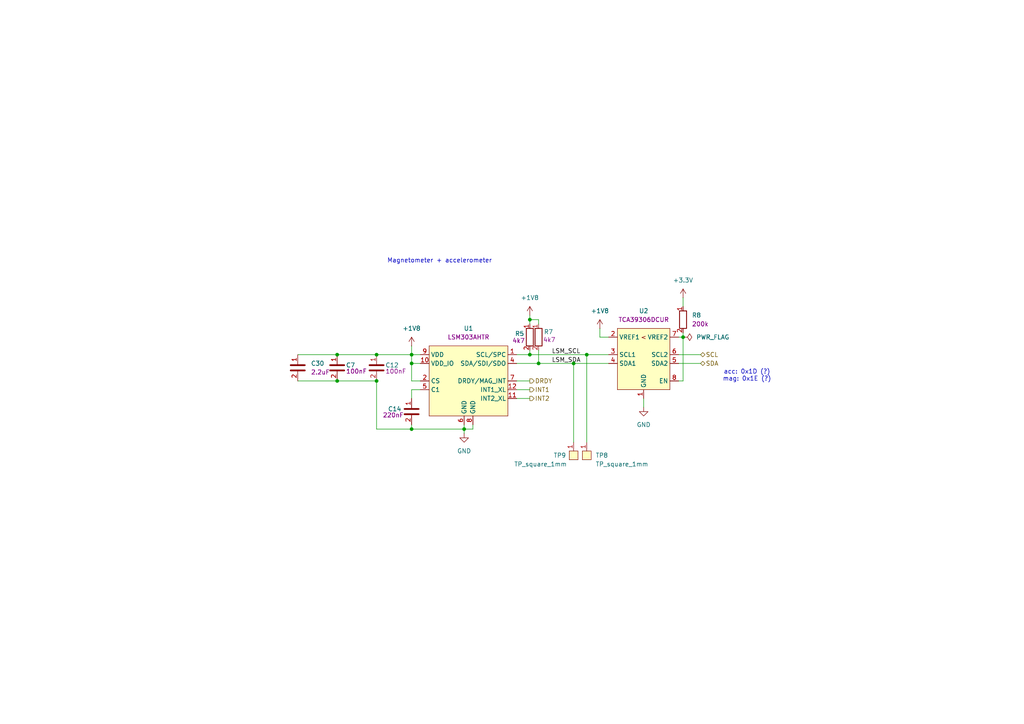
<source format=kicad_sch>
(kicad_sch
	(version 20250114)
	(generator "eeschema")
	(generator_version "9.0")
	(uuid "86de4a68-54a6-42fa-9154-b8afbf11fade")
	(paper "A4")
	(lib_symbols
		(symbol "001-Resistors:R_200k_1%_1/16W_0402"
			(exclude_from_sim no)
			(in_bom yes)
			(on_board yes)
			(property "Reference" "R"
				(at 2.032 1.27 0)
				(effects
					(font
						(size 1.27 1.27)
					)
				)
			)
			(property "Value" "R_200k_1%_1/16W_0402"
				(at 1.016 -13.462 0)
				(effects
					(font
						(size 1.27 1.27)
					)
					(hide yes)
				)
			)
			(property "Footprint" "001-Resistors:R_0402_H0.4"
				(at 0.508 -26.162 0)
				(effects
					(font
						(size 1.27 1.27)
					)
					(hide yes)
				)
			)
			(property "Datasheet" "https://www.yageo.com/upload/media/product/products/datasheet/rchip/PYu-RC_Group_51_RoHS_L_12.pdf"
				(at 0 -19.558 0)
				(effects
					(font
						(size 1.27 1.27)
					)
					(hide yes)
				)
			)
			(property "Description" "Resistor"
				(at 0.762 -17.526 0)
				(effects
					(font
						(size 1.27 1.27)
					)
					(hide yes)
				)
			)
			(property "Web link" "https://www.digikey.ch/en/products/detail/yageo/RC0402FR-13200KL/14008239?s=N4IgTCBcDaIEoGEAMAWJYBicC0BGAzGEkgNYAyIAugL5A"
				(at 0 -23.622 0)
				(effects
					(font
						(size 1.27 1.27)
					)
					(hide yes)
				)
			)
			(property "Manufacturer" "YAGEO"
				(at 1.016 -15.494 0)
				(effects
					(font
						(size 1.27 1.27)
					)
					(hide yes)
				)
			)
			(property "Manufacturer P/N" "RC0402FR-13200KL"
				(at 1.27 -29.21 0)
				(effects
					(font
						(size 1.27 1.27)
					)
					(hide yes)
				)
			)
			(property "Digikey P/N" "13-RC0402FR-13200KLCT-ND"
				(at 1.27 -21.844 0)
				(effects
					(font
						(size 1.27 1.27)
					)
					(hide yes)
				)
			)
			(property "Price" "0.09"
				(at 0.508 -35.306 0)
				(effects
					(font
						(size 1.27 1.27)
					)
					(hide yes)
				)
			)
			(property "Height" "0.4"
				(at 1.27 -38.1 0)
				(effects
					(font
						(size 1.27 1.27)
					)
					(hide yes)
				)
			)
			(property "Temperature" "-55 to 155"
				(at 1.27 -32.004 0)
				(effects
					(font
						(size 1.27 1.27)
					)
					(hide yes)
				)
			)
			(property "Value Disp" "200k"
				(at 3.556 -1.016 0)
				(effects
					(font
						(size 1.27 1.27)
					)
				)
			)
			(symbol "R_200k_1%_1/16W_0402_0_1"
				(rectangle
					(start -1.016 2.54)
					(end 1.016 -2.54)
					(stroke
						(width 0.254)
						(type default)
					)
					(fill
						(type none)
					)
				)
			)
			(symbol "R_200k_1%_1/16W_0402_1_1"
				(pin passive line
					(at 0 3.81 270)
					(length 1.27)
					(name "~"
						(effects
							(font
								(size 1.27 1.27)
							)
						)
					)
					(number "1"
						(effects
							(font
								(size 1.27 1.27)
							)
						)
					)
				)
				(pin passive line
					(at 0 -3.81 90)
					(length 1.27)
					(name "~"
						(effects
							(font
								(size 1.27 1.27)
							)
						)
					)
					(number "2"
						(effects
							(font
								(size 1.27 1.27)
							)
						)
					)
				)
			)
			(embedded_fonts no)
		)
		(symbol "001-Resistors:R_4k7_5%_1/16W_0402"
			(exclude_from_sim no)
			(in_bom yes)
			(on_board yes)
			(property "Reference" "R"
				(at 2.032 1.27 0)
				(effects
					(font
						(size 1.27 1.27)
					)
				)
			)
			(property "Value" "R_4k7_5%_1/16W_0402"
				(at 1.016 -13.462 0)
				(effects
					(font
						(size 1.27 1.27)
					)
					(hide yes)
				)
			)
			(property "Footprint" "001-Resistors:R_0402_H0.4"
				(at 0.508 -26.162 0)
				(effects
					(font
						(size 1.27 1.27)
					)
					(hide yes)
				)
			)
			(property "Datasheet" "https://www.yageo.com/upload/media/product/productsearch/datasheet/rchip/PYu-RC_51_RoHS_P_5.pdf"
				(at 0 -19.558 0)
				(effects
					(font
						(size 1.27 1.27)
					)
					(hide yes)
				)
			)
			(property "Description" "Resistor"
				(at 0.762 -17.526 0)
				(effects
					(font
						(size 1.27 1.27)
					)
					(hide yes)
				)
			)
			(property "Web link" "https://www.digikey.ch/en/products/detail/yageo/RC0402JR-074K7P/4935302?s=N4IgTCBcDaIEoGEAMAWJYBScC0SDsKA0ngAogC6AvkA"
				(at 0 -23.622 0)
				(effects
					(font
						(size 1.27 1.27)
					)
					(hide yes)
				)
			)
			(property "Manufacturer" "YAGEO"
				(at 1.016 -15.494 0)
				(effects
					(font
						(size 1.27 1.27)
					)
					(hide yes)
				)
			)
			(property "Manufacturer P/N" "RC0402JR-074K7P"
				(at 1.27 -29.21 0)
				(effects
					(font
						(size 1.27 1.27)
					)
					(hide yes)
				)
			)
			(property "Digikey P/N" "YAG1287CT-ND"
				(at 1.27 -21.844 0)
				(effects
					(font
						(size 1.27 1.27)
					)
					(hide yes)
				)
			)
			(property "Price" "0.09"
				(at 0.508 -35.306 0)
				(effects
					(font
						(size 1.27 1.27)
					)
					(hide yes)
				)
			)
			(property "Height" "0.4"
				(at 1.27 -38.1 0)
				(effects
					(font
						(size 1.27 1.27)
					)
					(hide yes)
				)
			)
			(property "Temperature" "-55 to 155"
				(at 1.27 -32.004 0)
				(effects
					(font
						(size 1.27 1.27)
					)
					(hide yes)
				)
			)
			(property "Value Disp" "4k7"
				(at 3.302 -1.016 0)
				(effects
					(font
						(size 1.27 1.27)
					)
				)
			)
			(symbol "R_4k7_5%_1/16W_0402_0_1"
				(rectangle
					(start -1.016 2.54)
					(end 1.016 -2.54)
					(stroke
						(width 0.254)
						(type default)
					)
					(fill
						(type none)
					)
				)
			)
			(symbol "R_4k7_5%_1/16W_0402_1_1"
				(pin passive line
					(at 0 3.81 270)
					(length 1.27)
					(name "~"
						(effects
							(font
								(size 1.27 1.27)
							)
						)
					)
					(number "1"
						(effects
							(font
								(size 1.27 1.27)
							)
						)
					)
				)
				(pin passive line
					(at 0 -3.81 90)
					(length 1.27)
					(name "~"
						(effects
							(font
								(size 1.27 1.27)
							)
						)
					)
					(number "2"
						(effects
							(font
								(size 1.27 1.27)
							)
						)
					)
				)
			)
			(embedded_fonts no)
		)
		(symbol "002-Capacitors:C_100nF_50V_10%_X7R_0402"
			(exclude_from_sim no)
			(in_bom yes)
			(on_board yes)
			(property "Reference" "C"
				(at 5.588 1.27 0)
				(effects
					(font
						(size 1.27 1.27)
					)
				)
			)
			(property "Value" "C_100nF_50V_10%_X7R_0402_H0.55"
				(at -0.508 -31.496 0)
				(effects
					(font
						(size 1.27 1.27)
					)
					(hide yes)
				)
			)
			(property "Footprint" "002-Capacitors:C_0402_H0.55"
				(at -0.254 -25.4 0)
				(effects
					(font
						(size 1.27 1.27)
					)
					(hide yes)
				)
			)
			(property "Datasheet" "https://search.murata.co.jp/Ceramy/image/img/A01X/G101/ENG/GRM155R71H104KE14-01.pdf"
				(at -0.254 -29.464 0)
				(effects
					(font
						(size 1.27 1.27)
					)
					(hide yes)
				)
			)
			(property "Description" "Ceramic capacitor"
				(at -0.508 -19.812 0)
				(effects
					(font
						(size 1.27 1.27)
					)
					(hide yes)
				)
			)
			(property "Web link" "https://www.digikey.ch/en/products/detail/murata-electronics/GRM155R71H104KE14J/5973352"
				(at -0.254 -23.876 0)
				(effects
					(font
						(size 1.27 1.27)
					)
					(hide yes)
				)
			)
			(property "Manufacturer" "Murata Electronics"
				(at -0.508 -34.29 0)
				(effects
					(font
						(size 1.27 1.27)
					)
					(hide yes)
				)
			)
			(property "Manufacturer P/N" "GRM155R71H104KE14J"
				(at -0.508 -27.432 0)
				(effects
					(font
						(size 1.27 1.27)
					)
					(hide yes)
				)
			)
			(property "Digikey P/N" "490-13342-1-ND"
				(at 0 -21.844 0)
				(effects
					(font
						(size 1.27 1.27)
					)
					(hide yes)
				)
			)
			(property "Price" "0.09"
				(at 0 -16.002 0)
				(effects
					(font
						(size 1.27 1.27)
					)
					(hide yes)
				)
			)
			(property "Height" "0.55"
				(at -0.254 -14.224 0)
				(effects
					(font
						(size 1.27 1.27)
					)
					(hide yes)
				)
			)
			(property "Temperature" "-55 to 125"
				(at -0.508 -17.78 0)
				(effects
					(font
						(size 1.27 1.27)
					)
					(hide yes)
				)
			)
			(property "Value Disp" "100nF"
				(at 5.842 -0.508 0)
				(effects
					(font
						(size 1.27 1.27)
					)
				)
			)
			(property "ki_keywords" "Capacitor, 100nf, 0.1uF"
				(at 0 0 0)
				(effects
					(font
						(size 1.27 1.27)
					)
					(hide yes)
				)
			)
			(symbol "C_100nF_50V_10%_X7R_0402_0_1"
				(polyline
					(pts
						(xy -2.032 0.762) (xy 2.032 0.762)
					)
					(stroke
						(width 0.508)
						(type default)
					)
					(fill
						(type none)
					)
				)
				(polyline
					(pts
						(xy -2.032 -0.762) (xy 2.032 -0.762)
					)
					(stroke
						(width 0.508)
						(type default)
					)
					(fill
						(type none)
					)
				)
			)
			(symbol "C_100nF_50V_10%_X7R_0402_1_1"
				(pin passive line
					(at 0 3.81 270)
					(length 2.794)
					(name "~"
						(effects
							(font
								(size 1.27 1.27)
							)
						)
					)
					(number "1"
						(effects
							(font
								(size 1.27 1.27)
							)
						)
					)
				)
				(pin passive line
					(at 0 -3.81 90)
					(length 2.794)
					(name "~"
						(effects
							(font
								(size 1.27 1.27)
							)
						)
					)
					(number "2"
						(effects
							(font
								(size 1.27 1.27)
							)
						)
					)
				)
			)
			(embedded_fonts no)
		)
		(symbol "002-Capacitors:C_2.2uF_25V_25%_X5R_0402"
			(exclude_from_sim no)
			(in_bom yes)
			(on_board yes)
			(property "Reference" "C"
				(at 5.588 1.27 0)
				(effects
					(font
						(size 1.27 1.27)
					)
				)
			)
			(property "Value" "C_2.2uF_25V_25%_X5R_0402_H0.55"
				(at -0.508 -31.496 0)
				(effects
					(font
						(size 1.27 1.27)
					)
					(hide yes)
				)
			)
			(property "Footprint" "002-Capacitors:C_0402_H0.55"
				(at -0.254 -25.4 0)
				(effects
					(font
						(size 1.27 1.27)
					)
					(hide yes)
				)
			)
			(property "Datasheet" "https://search.murata.co.jp/Ceramy/image/img/A01X/G101/ENG/GRM155R61E225ME15-01.pdf"
				(at -0.254 -29.464 0)
				(effects
					(font
						(size 1.27 1.27)
					)
					(hide yes)
				)
			)
			(property "Description" "Ceramic capacitor"
				(at -0.508 -19.812 0)
				(effects
					(font
						(size 1.27 1.27)
					)
					(hide yes)
				)
			)
			(property "Web link" "https://www.digikey.ch/en/products/detail/murata-electronics/GRM155R61E225ME15D/5027542"
				(at -0.254 -23.876 0)
				(effects
					(font
						(size 1.27 1.27)
					)
					(hide yes)
				)
			)
			(property "Manufacturer" "Murata Electronics"
				(at -0.508 -34.29 0)
				(effects
					(font
						(size 1.27 1.27)
					)
					(hide yes)
				)
			)
			(property "Manufacturer P/N" "GRM155R61E225ME15D"
				(at -0.508 -27.432 0)
				(effects
					(font
						(size 1.27 1.27)
					)
					(hide yes)
				)
			)
			(property "Digikey P/N" "490-10457-1-ND"
				(at 0 -21.844 0)
				(effects
					(font
						(size 1.27 1.27)
					)
					(hide yes)
				)
			)
			(property "Price" "0.17"
				(at 0 -16.002 0)
				(effects
					(font
						(size 1.27 1.27)
					)
					(hide yes)
				)
			)
			(property "Height" "0.55"
				(at -0.254 -14.224 0)
				(effects
					(font
						(size 1.27 1.27)
					)
					(hide yes)
				)
			)
			(property "Temperature" "-55 to 85"
				(at -0.508 -17.78 0)
				(effects
					(font
						(size 1.27 1.27)
					)
					(hide yes)
				)
			)
			(property "Value Disp" "2.2uF"
				(at 5.842 -0.508 0)
				(effects
					(font
						(size 1.27 1.27)
					)
				)
			)
			(property "ki_keywords" "Capacitor, 1nf, 1000pF"
				(at 0 0 0)
				(effects
					(font
						(size 1.27 1.27)
					)
					(hide yes)
				)
			)
			(symbol "C_2.2uF_25V_25%_X5R_0402_0_1"
				(polyline
					(pts
						(xy -2.032 0.762) (xy 2.032 0.762)
					)
					(stroke
						(width 0.508)
						(type default)
					)
					(fill
						(type none)
					)
				)
				(polyline
					(pts
						(xy -2.032 -0.762) (xy 2.032 -0.762)
					)
					(stroke
						(width 0.508)
						(type default)
					)
					(fill
						(type none)
					)
				)
			)
			(symbol "C_2.2uF_25V_25%_X5R_0402_1_1"
				(pin passive line
					(at 0 3.81 270)
					(length 2.794)
					(name "~"
						(effects
							(font
								(size 1.27 1.27)
							)
						)
					)
					(number "1"
						(effects
							(font
								(size 1.27 1.27)
							)
						)
					)
				)
				(pin passive line
					(at 0 -3.81 90)
					(length 2.794)
					(name "~"
						(effects
							(font
								(size 1.27 1.27)
							)
						)
					)
					(number "2"
						(effects
							(font
								(size 1.27 1.27)
							)
						)
					)
				)
			)
			(embedded_fonts no)
		)
		(symbol "002-Capacitors:C_220nF_16V_10%_X7R_0402"
			(exclude_from_sim no)
			(in_bom yes)
			(on_board yes)
			(property "Reference" "C"
				(at 5.588 1.27 0)
				(effects
					(font
						(size 1.27 1.27)
					)
				)
			)
			(property "Value" "C_220nF_16V_10%_X7R_0402_H0.55"
				(at -0.508 -31.496 0)
				(effects
					(font
						(size 1.27 1.27)
					)
					(hide yes)
				)
			)
			(property "Footprint" "002-Capacitors:C_0402_H0.55"
				(at -0.254 -25.4 0)
				(effects
					(font
						(size 1.27 1.27)
					)
					(hide yes)
				)
			)
			(property "Datasheet" "https://www.digikey.ch/en/products/detail/murata-electronics/GCM155R71C224KE02D/4903702"
				(at -0.254 -29.464 0)
				(effects
					(font
						(size 1.27 1.27)
					)
					(hide yes)
				)
			)
			(property "Description" "Ceramic capacitor"
				(at -0.508 -19.812 0)
				(effects
					(font
						(size 1.27 1.27)
					)
					(hide yes)
				)
			)
			(property "Web link" "https://www.digikey.ch/en/products/detail/murata-electronics/GCM155R71C224KE02D/4903702"
				(at -0.254 -23.876 0)
				(effects
					(font
						(size 1.27 1.27)
					)
					(hide yes)
				)
			)
			(property "Manufacturer" "Murata Electronics"
				(at -0.508 -34.29 0)
				(effects
					(font
						(size 1.27 1.27)
					)
					(hide yes)
				)
			)
			(property "Manufacturer P/N" "GCM155R71C224KE02D"
				(at -0.508 -27.432 0)
				(effects
					(font
						(size 1.27 1.27)
					)
					(hide yes)
				)
			)
			(property "Digikey P/N" "490-10671-1-ND"
				(at 0 -21.844 0)
				(effects
					(font
						(size 1.27 1.27)
					)
					(hide yes)
				)
			)
			(property "Price" "0.09"
				(at 0 -16.002 0)
				(effects
					(font
						(size 1.27 1.27)
					)
					(hide yes)
				)
			)
			(property "Height" "0.55"
				(at -0.254 -14.224 0)
				(effects
					(font
						(size 1.27 1.27)
					)
					(hide yes)
				)
			)
			(property "Temperature" "-55 to 125"
				(at -0.508 -17.78 0)
				(effects
					(font
						(size 1.27 1.27)
					)
					(hide yes)
				)
			)
			(property "Value Disp" "220nF"
				(at 5.842 -0.508 0)
				(effects
					(font
						(size 1.27 1.27)
					)
				)
			)
			(property "ki_keywords" "Capacitor, 220nF"
				(at 0 0 0)
				(effects
					(font
						(size 1.27 1.27)
					)
					(hide yes)
				)
			)
			(symbol "C_220nF_16V_10%_X7R_0402_0_1"
				(polyline
					(pts
						(xy -2.032 0.762) (xy 2.032 0.762)
					)
					(stroke
						(width 0.508)
						(type default)
					)
					(fill
						(type none)
					)
				)
				(polyline
					(pts
						(xy -2.032 -0.762) (xy 2.032 -0.762)
					)
					(stroke
						(width 0.508)
						(type default)
					)
					(fill
						(type none)
					)
				)
			)
			(symbol "C_220nF_16V_10%_X7R_0402_1_1"
				(pin passive line
					(at 0 3.81 270)
					(length 2.794)
					(name "~"
						(effects
							(font
								(size 1.27 1.27)
							)
						)
					)
					(number "1"
						(effects
							(font
								(size 1.27 1.27)
							)
						)
					)
				)
				(pin passive line
					(at 0 -3.81 90)
					(length 2.794)
					(name "~"
						(effects
							(font
								(size 1.27 1.27)
							)
						)
					)
					(number "2"
						(effects
							(font
								(size 1.27 1.27)
							)
						)
					)
				)
			)
			(embedded_fonts no)
		)
		(symbol "005-ICs:TCA39306DCUR"
			(exclude_from_sim no)
			(in_bom yes)
			(on_board yes)
			(property "Reference" "U"
				(at 0 12.446 0)
				(effects
					(font
						(size 1.27 1.27)
					)
				)
			)
			(property "Value" "TCA39306DCUR"
				(at 0.762 -27.686 0)
				(effects
					(font
						(size 1.27 1.27)
					)
					(hide yes)
				)
			)
			(property "Footprint" "005-ICs:TCA39306DCUR"
				(at 0 -12.7 0)
				(effects
					(font
						(size 1.27 1.27)
					)
					(hide yes)
				)
			)
			(property "Datasheet" "https://www.ti.com/lit/ds/symlink/tca39306.pdf"
				(at 0 -33.782 0)
				(effects
					(font
						(size 1.27 1.27)
					)
					(hide yes)
				)
			)
			(property "Description" "I2C level shifter"
				(at 0.508 -38.608 0)
				(effects
					(font
						(size 1.27 1.27)
					)
					(hide yes)
				)
			)
			(property "Web link" "https://www.digikey.ch/en/products/detail/texas-instruments/TCA39306DCUR/15222289"
				(at 0.254 -31.75 0)
				(effects
					(font
						(size 1.27 1.27)
					)
					(hide yes)
				)
			)
			(property "Manufacturer" "Texas Instruments"
				(at 0.762 -29.718 0)
				(effects
					(font
						(size 1.27 1.27)
					)
					(hide yes)
				)
			)
			(property "Manufacturer P/N" "TCA39306DCUR"
				(at 0.762 -41.402 0)
				(effects
					(font
						(size 1.27 1.27)
					)
					(hide yes)
				)
			)
			(property "Digikey P/N" "296-TCA39306DCURCT-ND"
				(at 1.016 -36.322 0)
				(effects
					(font
						(size 1.27 1.27)
					)
					(hide yes)
				)
			)
			(property "Price" "0.9"
				(at 0.254 -45.72 0)
				(effects
					(font
						(size 1.27 1.27)
					)
					(hide yes)
				)
			)
			(property "Height" "1.1"
				(at 0.762 -47.752 0)
				(effects
					(font
						(size 1.27 1.27)
					)
					(hide yes)
				)
			)
			(property "Temperature" "-40 to 125"
				(at 0.254 -43.434 0)
				(effects
					(font
						(size 1.27 1.27)
					)
					(hide yes)
				)
			)
			(property "Value Disp" "TCA39306DCUR"
				(at 0.254 10.16 0)
				(effects
					(font
						(size 1.27 1.27)
					)
				)
			)
			(property "ki_keywords" "Level shifter, I2C"
				(at 0 0 0)
				(effects
					(font
						(size 1.27 1.27)
					)
					(hide yes)
				)
			)
			(symbol "TCA39306DCUR_1_1"
				(rectangle
					(start -7.62 8.89)
					(end 7.62 -8.89)
					(stroke
						(width 0)
						(type default)
					)
					(fill
						(type background)
					)
				)
				(text private "Note:\nVREF1 + 0.6V < VREF2"
					(at 0 18.542 0)
					(effects
						(font
							(size 1.27 1.27)
						)
					)
				)
				(text "<"
					(at 0 6.35 0)
					(effects
						(font
							(size 1.27 1.27)
						)
					)
				)
				(pin power_in line
					(at -10.16 6.35 0)
					(length 2.54)
					(name "VREF1"
						(effects
							(font
								(size 1.27 1.27)
							)
						)
					)
					(number "2"
						(effects
							(font
								(size 1.27 1.27)
							)
						)
					)
				)
				(pin input line
					(at -10.16 1.27 0)
					(length 2.54)
					(name "SCL1"
						(effects
							(font
								(size 1.27 1.27)
							)
						)
					)
					(number "3"
						(effects
							(font
								(size 1.27 1.27)
							)
						)
					)
				)
				(pin bidirectional line
					(at -10.16 -1.27 0)
					(length 2.54)
					(name "SDA1"
						(effects
							(font
								(size 1.27 1.27)
							)
						)
					)
					(number "4"
						(effects
							(font
								(size 1.27 1.27)
							)
						)
					)
				)
				(pin power_in line
					(at 0 -11.43 90)
					(length 2.54)
					(name "GND"
						(effects
							(font
								(size 1.27 1.27)
							)
						)
					)
					(number "1"
						(effects
							(font
								(size 1.27 1.27)
							)
						)
					)
				)
				(pin power_in line
					(at 10.16 6.35 180)
					(length 2.54)
					(name "VREF2"
						(effects
							(font
								(size 1.27 1.27)
							)
						)
					)
					(number "7"
						(effects
							(font
								(size 1.27 1.27)
							)
						)
					)
				)
				(pin input line
					(at 10.16 1.27 180)
					(length 2.54)
					(name "SCL2"
						(effects
							(font
								(size 1.27 1.27)
							)
						)
					)
					(number "6"
						(effects
							(font
								(size 1.27 1.27)
							)
						)
					)
				)
				(pin bidirectional line
					(at 10.16 -1.27 180)
					(length 2.54)
					(name "SDA2"
						(effects
							(font
								(size 1.27 1.27)
							)
						)
					)
					(number "5"
						(effects
							(font
								(size 1.27 1.27)
							)
						)
					)
				)
				(pin input line
					(at 10.16 -6.35 180)
					(length 2.54)
					(name "EN"
						(effects
							(font
								(size 1.27 1.27)
							)
						)
					)
					(number "8"
						(effects
							(font
								(size 1.27 1.27)
							)
						)
					)
				)
			)
			(embedded_fonts no)
		)
		(symbol "008-Sensors:LSM303AHTR"
			(exclude_from_sim no)
			(in_bom yes)
			(on_board yes)
			(property "Reference" "U"
				(at 0 17.272 0)
				(effects
					(font
						(size 1.27 1.27)
					)
				)
			)
			(property "Value" "LSM303AH"
				(at 0 -23.876 0)
				(effects
					(font
						(size 1.27 1.27)
					)
					(hide yes)
				)
			)
			(property "Footprint" "008-Sensors:LSM303AHTR"
				(at 0 -20.574 0)
				(effects
					(font
						(size 1.27 1.27)
					)
					(hide yes)
				)
			)
			(property "Datasheet" "https://www.st.com/content/ccc/resource/technical/document/datasheet/1b/a1/fd/09/9f/41/44/cf/DM00177690.pdf/files/DM00177690.pdf/jcr:content/translations/en.DM00177690.pdf"
				(at -0.254 -28.194 0)
				(effects
					(font
						(size 1.27 1.27)
					)
					(hide yes)
				)
			)
			(property "Description" "Accelerometer + Magnetometer"
				(at -0.254 -30.734 0)
				(effects
					(font
						(size 1.27 1.27)
					)
					(hide yes)
				)
			)
			(property "Web link" "https://www.digikey.ch/en/products/detail/stmicroelectronics/LSM303AHTR/6579078"
				(at 1.016 -33.02 0)
				(effects
					(font
						(size 1.27 1.27)
					)
					(hide yes)
				)
			)
			(property "Manufacturer" "STMicroelectronics"
				(at 0 -25.908 0)
				(effects
					(font
						(size 1.27 1.27)
					)
					(hide yes)
				)
			)
			(property "Manufacturer P/N" "LSM303AHTR"
				(at 0.254 -41.656 0)
				(effects
					(font
						(size 1.27 1.27)
					)
					(hide yes)
				)
			)
			(property "Digikey P/N" "497-17053-1-ND"
				(at 0.762 -38.354 0)
				(effects
					(font
						(size 1.27 1.27)
					)
					(hide yes)
				)
			)
			(property "Price" "4.54"
				(at 0 -43.688 0)
				(effects
					(font
						(size 1.27 1.27)
					)
					(hide yes)
				)
			)
			(property "Height" "1mm"
				(at 0 -45.466 0)
				(effects
					(font
						(size 1.27 1.27)
					)
					(hide yes)
				)
			)
			(property "Temperature" "-40 to 85"
				(at 0.254 -35.56 0)
				(effects
					(font
						(size 1.27 1.27)
					)
					(hide yes)
				)
			)
			(property "Value Disp" "LSM303AHTR"
				(at 0 15.24 0)
				(effects
					(font
						(size 1.27 1.27)
					)
				)
			)
			(property "ki_keywords" "Accelerometer, Magnetometer"
				(at 0 0 0)
				(effects
					(font
						(size 1.27 1.27)
					)
					(hide yes)
				)
			)
			(symbol "LSM303AHTR_1_1"
				(rectangle
					(start -11.43 13.97)
					(end 11.43 -6.35)
					(stroke
						(width 0)
						(type default)
					)
					(fill
						(type background)
					)
				)
				(pin power_in line
					(at -13.97 11.43 0)
					(length 2.54)
					(name "VDD"
						(effects
							(font
								(size 1.27 1.27)
							)
						)
					)
					(number "9"
						(effects
							(font
								(size 1.27 1.27)
							)
						)
					)
				)
				(pin power_in line
					(at -13.97 8.89 0)
					(length 2.54)
					(name "VDD_IO"
						(effects
							(font
								(size 1.27 1.27)
							)
						)
					)
					(number "10"
						(effects
							(font
								(size 1.27 1.27)
							)
						)
					)
				)
				(pin input line
					(at -13.97 3.81 0)
					(length 2.54)
					(name "CS"
						(effects
							(font
								(size 1.27 1.27)
							)
						)
					)
					(number "2"
						(effects
							(font
								(size 1.27 1.27)
							)
						)
					)
				)
				(pin passive line
					(at -13.97 1.27 0)
					(length 2.54)
					(name "C1"
						(effects
							(font
								(size 1.27 1.27)
							)
						)
					)
					(number "5"
						(effects
							(font
								(size 1.27 1.27)
							)
						)
					)
				)
				(pin no_connect line
					(at -13.97 -3.81 0)
					(length 2.54)
					(hide yes)
					(name "NC"
						(effects
							(font
								(size 1.27 1.27)
							)
						)
					)
					(number "3"
						(effects
							(font
								(size 1.27 1.27)
							)
						)
					)
				)
				(pin power_in line
					(at -1.27 -8.89 90)
					(length 2.54)
					(name "GND"
						(effects
							(font
								(size 1.27 1.27)
							)
						)
					)
					(number "6"
						(effects
							(font
								(size 1.27 1.27)
							)
						)
					)
				)
				(pin power_in line
					(at 1.27 -8.89 90)
					(length 2.54)
					(name "GND"
						(effects
							(font
								(size 1.27 1.27)
							)
						)
					)
					(number "8"
						(effects
							(font
								(size 1.27 1.27)
							)
						)
					)
				)
				(pin input line
					(at 13.97 11.43 180)
					(length 2.54)
					(name "SCL/SPC"
						(effects
							(font
								(size 1.27 1.27)
							)
						)
					)
					(number "1"
						(effects
							(font
								(size 1.27 1.27)
							)
						)
					)
				)
				(pin bidirectional line
					(at 13.97 8.89 180)
					(length 2.54)
					(name "SDA/SDI/SDO"
						(effects
							(font
								(size 1.27 1.27)
							)
						)
					)
					(number "4"
						(effects
							(font
								(size 1.27 1.27)
							)
						)
					)
				)
				(pin output line
					(at 13.97 3.81 180)
					(length 2.54)
					(name "DRDY/MAG_INT"
						(effects
							(font
								(size 1.27 1.27)
							)
						)
					)
					(number "7"
						(effects
							(font
								(size 1.27 1.27)
							)
						)
					)
				)
				(pin output line
					(at 13.97 1.27 180)
					(length 2.54)
					(name "INT1_XL"
						(effects
							(font
								(size 1.27 1.27)
							)
						)
					)
					(number "12"
						(effects
							(font
								(size 1.27 1.27)
							)
						)
					)
				)
				(pin output line
					(at 13.97 -1.27 180)
					(length 2.54)
					(name "INT2_XL"
						(effects
							(font
								(size 1.27 1.27)
							)
						)
					)
					(number "11"
						(effects
							(font
								(size 1.27 1.27)
							)
						)
					)
				)
			)
			(embedded_fonts no)
		)
		(symbol "011-Misc:Testpoint_square_1mm"
			(exclude_from_sim no)
			(in_bom no)
			(on_board yes)
			(property "Reference" "TP"
				(at 0 2.286 0)
				(effects
					(font
						(size 1.27 1.27)
					)
				)
			)
			(property "Value" "TP_square_1mm"
				(at 0.254 -2.286 0)
				(effects
					(font
						(size 1.27 1.27)
					)
				)
			)
			(property "Footprint" "011-Misc:Testpoint_square_1mm"
				(at 0.254 -4.318 0)
				(effects
					(font
						(size 1.27 1.27)
					)
					(hide yes)
				)
			)
			(property "Datasheet" ""
				(at 0 0 0)
				(effects
					(font
						(size 1.27 1.27)
					)
					(hide yes)
				)
			)
			(property "Description" ""
				(at 0 0 0)
				(effects
					(font
						(size 1.27 1.27)
					)
					(hide yes)
				)
			)
			(symbol "Testpoint_square_1mm_1_1"
				(rectangle
					(start -1.27 1.27)
					(end 1.27 -1.27)
					(stroke
						(width 0)
						(type default)
					)
					(fill
						(type background)
					)
				)
				(pin bidirectional line
					(at -3.81 0 0)
					(length 2.54)
					(name ""
						(effects
							(font
								(size 1.27 1.27)
							)
						)
					)
					(number "1"
						(effects
							(font
								(size 1.27 1.27)
							)
						)
					)
				)
			)
			(embedded_fonts no)
		)
		(symbol "power:+1V8"
			(power)
			(pin_numbers
				(hide yes)
			)
			(pin_names
				(offset 0)
				(hide yes)
			)
			(exclude_from_sim no)
			(in_bom yes)
			(on_board yes)
			(property "Reference" "#PWR"
				(at 0 -3.81 0)
				(effects
					(font
						(size 1.27 1.27)
					)
					(hide yes)
				)
			)
			(property "Value" "+1V8"
				(at 0 3.556 0)
				(effects
					(font
						(size 1.27 1.27)
					)
				)
			)
			(property "Footprint" ""
				(at 0 0 0)
				(effects
					(font
						(size 1.27 1.27)
					)
					(hide yes)
				)
			)
			(property "Datasheet" ""
				(at 0 0 0)
				(effects
					(font
						(size 1.27 1.27)
					)
					(hide yes)
				)
			)
			(property "Description" "Power symbol creates a global label with name \"+1V8\""
				(at 0 0 0)
				(effects
					(font
						(size 1.27 1.27)
					)
					(hide yes)
				)
			)
			(property "ki_keywords" "global power"
				(at 0 0 0)
				(effects
					(font
						(size 1.27 1.27)
					)
					(hide yes)
				)
			)
			(symbol "+1V8_0_1"
				(polyline
					(pts
						(xy -0.762 1.27) (xy 0 2.54)
					)
					(stroke
						(width 0)
						(type default)
					)
					(fill
						(type none)
					)
				)
				(polyline
					(pts
						(xy 0 2.54) (xy 0.762 1.27)
					)
					(stroke
						(width 0)
						(type default)
					)
					(fill
						(type none)
					)
				)
				(polyline
					(pts
						(xy 0 0) (xy 0 2.54)
					)
					(stroke
						(width 0)
						(type default)
					)
					(fill
						(type none)
					)
				)
			)
			(symbol "+1V8_1_1"
				(pin power_in line
					(at 0 0 90)
					(length 0)
					(name "~"
						(effects
							(font
								(size 1.27 1.27)
							)
						)
					)
					(number "1"
						(effects
							(font
								(size 1.27 1.27)
							)
						)
					)
				)
			)
			(embedded_fonts no)
		)
		(symbol "power:+3.3V"
			(power)
			(pin_numbers
				(hide yes)
			)
			(pin_names
				(offset 0)
				(hide yes)
			)
			(exclude_from_sim no)
			(in_bom yes)
			(on_board yes)
			(property "Reference" "#PWR"
				(at 0 -3.81 0)
				(effects
					(font
						(size 1.27 1.27)
					)
					(hide yes)
				)
			)
			(property "Value" "+3.3V"
				(at 0 3.556 0)
				(effects
					(font
						(size 1.27 1.27)
					)
				)
			)
			(property "Footprint" ""
				(at 0 0 0)
				(effects
					(font
						(size 1.27 1.27)
					)
					(hide yes)
				)
			)
			(property "Datasheet" ""
				(at 0 0 0)
				(effects
					(font
						(size 1.27 1.27)
					)
					(hide yes)
				)
			)
			(property "Description" "Power symbol creates a global label with name \"+3.3V\""
				(at 0 0 0)
				(effects
					(font
						(size 1.27 1.27)
					)
					(hide yes)
				)
			)
			(property "ki_keywords" "global power"
				(at 0 0 0)
				(effects
					(font
						(size 1.27 1.27)
					)
					(hide yes)
				)
			)
			(symbol "+3.3V_0_1"
				(polyline
					(pts
						(xy -0.762 1.27) (xy 0 2.54)
					)
					(stroke
						(width 0)
						(type default)
					)
					(fill
						(type none)
					)
				)
				(polyline
					(pts
						(xy 0 2.54) (xy 0.762 1.27)
					)
					(stroke
						(width 0)
						(type default)
					)
					(fill
						(type none)
					)
				)
				(polyline
					(pts
						(xy 0 0) (xy 0 2.54)
					)
					(stroke
						(width 0)
						(type default)
					)
					(fill
						(type none)
					)
				)
			)
			(symbol "+3.3V_1_1"
				(pin power_in line
					(at 0 0 90)
					(length 0)
					(name "~"
						(effects
							(font
								(size 1.27 1.27)
							)
						)
					)
					(number "1"
						(effects
							(font
								(size 1.27 1.27)
							)
						)
					)
				)
			)
			(embedded_fonts no)
		)
		(symbol "power:GND"
			(power)
			(pin_numbers
				(hide yes)
			)
			(pin_names
				(offset 0)
				(hide yes)
			)
			(exclude_from_sim no)
			(in_bom yes)
			(on_board yes)
			(property "Reference" "#PWR"
				(at 0 -6.35 0)
				(effects
					(font
						(size 1.27 1.27)
					)
					(hide yes)
				)
			)
			(property "Value" "GND"
				(at 0 -3.81 0)
				(effects
					(font
						(size 1.27 1.27)
					)
				)
			)
			(property "Footprint" ""
				(at 0 0 0)
				(effects
					(font
						(size 1.27 1.27)
					)
					(hide yes)
				)
			)
			(property "Datasheet" ""
				(at 0 0 0)
				(effects
					(font
						(size 1.27 1.27)
					)
					(hide yes)
				)
			)
			(property "Description" "Power symbol creates a global label with name \"GND\" , ground"
				(at 0 0 0)
				(effects
					(font
						(size 1.27 1.27)
					)
					(hide yes)
				)
			)
			(property "ki_keywords" "global power"
				(at 0 0 0)
				(effects
					(font
						(size 1.27 1.27)
					)
					(hide yes)
				)
			)
			(symbol "GND_0_1"
				(polyline
					(pts
						(xy 0 0) (xy 0 -1.27) (xy 1.27 -1.27) (xy 0 -2.54) (xy -1.27 -1.27) (xy 0 -1.27)
					)
					(stroke
						(width 0)
						(type default)
					)
					(fill
						(type none)
					)
				)
			)
			(symbol "GND_1_1"
				(pin power_in line
					(at 0 0 270)
					(length 0)
					(name "~"
						(effects
							(font
								(size 1.27 1.27)
							)
						)
					)
					(number "1"
						(effects
							(font
								(size 1.27 1.27)
							)
						)
					)
				)
			)
			(embedded_fonts no)
		)
		(symbol "power:PWR_FLAG"
			(power)
			(pin_numbers
				(hide yes)
			)
			(pin_names
				(offset 0)
				(hide yes)
			)
			(exclude_from_sim no)
			(in_bom yes)
			(on_board yes)
			(property "Reference" "#FLG"
				(at 0 1.905 0)
				(effects
					(font
						(size 1.27 1.27)
					)
					(hide yes)
				)
			)
			(property "Value" "PWR_FLAG"
				(at 0 3.81 0)
				(effects
					(font
						(size 1.27 1.27)
					)
				)
			)
			(property "Footprint" ""
				(at 0 0 0)
				(effects
					(font
						(size 1.27 1.27)
					)
					(hide yes)
				)
			)
			(property "Datasheet" "~"
				(at 0 0 0)
				(effects
					(font
						(size 1.27 1.27)
					)
					(hide yes)
				)
			)
			(property "Description" "Special symbol for telling ERC where power comes from"
				(at 0 0 0)
				(effects
					(font
						(size 1.27 1.27)
					)
					(hide yes)
				)
			)
			(property "ki_keywords" "flag power"
				(at 0 0 0)
				(effects
					(font
						(size 1.27 1.27)
					)
					(hide yes)
				)
			)
			(symbol "PWR_FLAG_0_0"
				(pin power_out line
					(at 0 0 90)
					(length 0)
					(name "~"
						(effects
							(font
								(size 1.27 1.27)
							)
						)
					)
					(number "1"
						(effects
							(font
								(size 1.27 1.27)
							)
						)
					)
				)
			)
			(symbol "PWR_FLAG_0_1"
				(polyline
					(pts
						(xy 0 0) (xy 0 1.27) (xy -1.016 1.905) (xy 0 2.54) (xy 1.016 1.905) (xy 0 1.27)
					)
					(stroke
						(width 0)
						(type default)
					)
					(fill
						(type none)
					)
				)
			)
			(embedded_fonts no)
		)
	)
	(text "Magnetometer + accelerometer"
		(exclude_from_sim no)
		(at 127.508 75.692 0)
		(effects
			(font
				(size 1.27 1.27)
			)
		)
		(uuid "519f6863-db9b-40b6-b2eb-e0a730562225")
	)
	(text "acc: 0x1D (?)\nmag: 0x1E (?)"
		(exclude_from_sim no)
		(at 216.662 108.966 0)
		(effects
			(font
				(size 1.27 1.27)
			)
		)
		(uuid "a241bab5-f427-4995-8eab-f9cc9ff3204c")
	)
	(junction
		(at 134.62 124.46)
		(diameter 0)
		(color 0 0 0 0)
		(uuid "06aef294-154a-4c35-9daf-4c6c2a80d4a7")
	)
	(junction
		(at 156.21 105.41)
		(diameter 0)
		(color 0 0 0 0)
		(uuid "083c9529-cb3a-4d81-bad5-f31ed286788d")
	)
	(junction
		(at 166.37 105.41)
		(diameter 0)
		(color 0 0 0 0)
		(uuid "47773cdf-e19c-4312-8385-b1838baa38b2")
	)
	(junction
		(at 153.67 102.87)
		(diameter 0)
		(color 0 0 0 0)
		(uuid "5fc70421-86a8-40b8-9044-6416dfe43a0a")
	)
	(junction
		(at 198.12 97.79)
		(diameter 0)
		(color 0 0 0 0)
		(uuid "90bee647-0244-4c39-9f5b-1c1e72def0ee")
	)
	(junction
		(at 119.38 105.41)
		(diameter 0)
		(color 0 0 0 0)
		(uuid "9bc32559-0d6f-4ccf-9cd1-50825968def4")
	)
	(junction
		(at 109.22 102.87)
		(diameter 0)
		(color 0 0 0 0)
		(uuid "b1ffbf4b-ebd9-4378-bbd0-a062e04cac51")
	)
	(junction
		(at 153.67 92.71)
		(diameter 0)
		(color 0 0 0 0)
		(uuid "c17dc28c-b82b-4b42-94fb-61c413960288")
	)
	(junction
		(at 170.18 102.87)
		(diameter 0)
		(color 0 0 0 0)
		(uuid "de7139d2-cc07-4531-99ed-96a6f8bf1b9f")
	)
	(junction
		(at 109.22 110.49)
		(diameter 0)
		(color 0 0 0 0)
		(uuid "e663b66f-f286-44ed-8788-6fac69a9fbc1")
	)
	(junction
		(at 119.38 102.87)
		(diameter 0)
		(color 0 0 0 0)
		(uuid "eca872ea-4c67-42be-a991-2b6c55f0502b")
	)
	(junction
		(at 119.38 124.46)
		(diameter 0)
		(color 0 0 0 0)
		(uuid "edeb4493-02ba-4b93-bb58-2ebdb6f8ee07")
	)
	(junction
		(at 97.79 102.87)
		(diameter 0)
		(color 0 0 0 0)
		(uuid "f8f67c2a-3fed-41ad-afca-0c8d471f0454")
	)
	(junction
		(at 97.79 110.49)
		(diameter 0)
		(color 0 0 0 0)
		(uuid "fbcdffe2-ef8c-42a4-82e0-502b82bb24e0")
	)
	(wire
		(pts
			(xy 166.37 105.41) (xy 166.37 128.27)
		)
		(stroke
			(width 0)
			(type default)
		)
		(uuid "00a3c27a-3feb-4285-b7e6-2c935f98788f")
	)
	(wire
		(pts
			(xy 137.16 124.46) (xy 134.62 124.46)
		)
		(stroke
			(width 0)
			(type default)
		)
		(uuid "04b20871-4602-4888-9bec-817890a037e4")
	)
	(wire
		(pts
			(xy 196.85 105.41) (xy 203.2 105.41)
		)
		(stroke
			(width 0)
			(type default)
		)
		(uuid "05180e38-53c2-4b37-b4c7-cdb4f7e9bb96")
	)
	(wire
		(pts
			(xy 119.38 124.46) (xy 109.22 124.46)
		)
		(stroke
			(width 0)
			(type default)
		)
		(uuid "061dcf63-ba5d-452b-bb4f-ed50260cc3c9")
	)
	(wire
		(pts
			(xy 166.37 105.41) (xy 176.53 105.41)
		)
		(stroke
			(width 0)
			(type default)
		)
		(uuid "0a46391d-f6cb-46ef-bf25-292da8084179")
	)
	(wire
		(pts
			(xy 109.22 124.46) (xy 109.22 110.49)
		)
		(stroke
			(width 0)
			(type default)
		)
		(uuid "1aa73ee5-09c1-43b1-aefc-863de8200137")
	)
	(wire
		(pts
			(xy 119.38 110.49) (xy 119.38 105.41)
		)
		(stroke
			(width 0)
			(type default)
		)
		(uuid "21330583-96ba-4171-9223-a0a74ec0461f")
	)
	(wire
		(pts
			(xy 196.85 97.79) (xy 198.12 97.79)
		)
		(stroke
			(width 0)
			(type default)
		)
		(uuid "2b19db99-1ab4-4346-b927-cba12a719866")
	)
	(wire
		(pts
			(xy 173.99 97.79) (xy 176.53 97.79)
		)
		(stroke
			(width 0)
			(type default)
		)
		(uuid "30350fb4-4590-45d2-9f7e-f41e39fc70af")
	)
	(wire
		(pts
			(xy 198.12 96.52) (xy 198.12 97.79)
		)
		(stroke
			(width 0)
			(type default)
		)
		(uuid "345d146f-1e55-471b-9093-6f6d12df9747")
	)
	(wire
		(pts
			(xy 198.12 97.79) (xy 198.12 110.49)
		)
		(stroke
			(width 0)
			(type default)
		)
		(uuid "36bdcf86-ab8a-4d20-8c7b-32c65748ea2c")
	)
	(wire
		(pts
			(xy 196.85 102.87) (xy 203.2 102.87)
		)
		(stroke
			(width 0)
			(type default)
		)
		(uuid "371c2aa9-d3eb-4e5e-9789-35dd69267863")
	)
	(wire
		(pts
			(xy 198.12 86.36) (xy 198.12 88.9)
		)
		(stroke
			(width 0)
			(type default)
		)
		(uuid "47d3ca92-54f6-428c-b174-6499f28a9e40")
	)
	(wire
		(pts
			(xy 156.21 101.6) (xy 156.21 105.41)
		)
		(stroke
			(width 0)
			(type default)
		)
		(uuid "48fb7943-ccba-484d-ad79-6dfd600a6f23")
	)
	(wire
		(pts
			(xy 119.38 102.87) (xy 119.38 105.41)
		)
		(stroke
			(width 0)
			(type default)
		)
		(uuid "4900e41b-da11-40ff-8a72-ff5e1d3492ca")
	)
	(wire
		(pts
			(xy 86.36 110.49) (xy 97.79 110.49)
		)
		(stroke
			(width 0)
			(type default)
		)
		(uuid "4ab568e7-234d-4538-968a-2b9f716b9577")
	)
	(wire
		(pts
			(xy 119.38 100.33) (xy 119.38 102.87)
		)
		(stroke
			(width 0)
			(type default)
		)
		(uuid "4deb896a-0a7e-4cbc-92a0-dc14c15a1f26")
	)
	(wire
		(pts
			(xy 149.86 102.87) (xy 153.67 102.87)
		)
		(stroke
			(width 0)
			(type default)
		)
		(uuid "4e6f0785-b9c7-4b6d-b781-3867e1a4e668")
	)
	(wire
		(pts
			(xy 153.67 92.71) (xy 153.67 93.98)
		)
		(stroke
			(width 0)
			(type default)
		)
		(uuid "510276fa-4cae-4a20-9cf6-bd990049ea30")
	)
	(wire
		(pts
			(xy 134.62 124.46) (xy 134.62 125.73)
		)
		(stroke
			(width 0)
			(type default)
		)
		(uuid "57a9ef8c-6ea4-4fb2-8fc6-ce4c3c58a9f3")
	)
	(wire
		(pts
			(xy 156.21 92.71) (xy 153.67 92.71)
		)
		(stroke
			(width 0)
			(type default)
		)
		(uuid "5bdf8f84-7aa1-44ec-b2e4-dfcf50e818a0")
	)
	(wire
		(pts
			(xy 109.22 102.87) (xy 119.38 102.87)
		)
		(stroke
			(width 0)
			(type default)
		)
		(uuid "5da836f6-f050-454a-b94f-50cb114292f0")
	)
	(wire
		(pts
			(xy 170.18 102.87) (xy 176.53 102.87)
		)
		(stroke
			(width 0)
			(type default)
		)
		(uuid "6585acdc-eba7-4db4-9605-0edf3b4e19ea")
	)
	(wire
		(pts
			(xy 119.38 105.41) (xy 121.92 105.41)
		)
		(stroke
			(width 0)
			(type default)
		)
		(uuid "65be44fd-c8aa-4a4f-8e5c-64afba65ff40")
	)
	(wire
		(pts
			(xy 156.21 93.98) (xy 156.21 92.71)
		)
		(stroke
			(width 0)
			(type default)
		)
		(uuid "698f348b-c4f4-4f58-a069-a3573c10607f")
	)
	(wire
		(pts
			(xy 119.38 123.19) (xy 119.38 124.46)
		)
		(stroke
			(width 0)
			(type default)
		)
		(uuid "72ec32a0-bb8d-4649-a904-4538804e9c70")
	)
	(wire
		(pts
			(xy 121.92 110.49) (xy 119.38 110.49)
		)
		(stroke
			(width 0)
			(type default)
		)
		(uuid "73d43dce-9eed-4873-87c6-f939f4a77f3a")
	)
	(wire
		(pts
			(xy 186.69 115.57) (xy 186.69 118.11)
		)
		(stroke
			(width 0)
			(type default)
		)
		(uuid "8741a828-0968-4a1d-a2e2-7c2719c31bd3")
	)
	(wire
		(pts
			(xy 137.16 123.19) (xy 137.16 124.46)
		)
		(stroke
			(width 0)
			(type default)
		)
		(uuid "8c162e6c-3dcf-415f-ace9-b724ad1abecf")
	)
	(wire
		(pts
			(xy 153.67 91.44) (xy 153.67 92.71)
		)
		(stroke
			(width 0)
			(type default)
		)
		(uuid "8c8c1e3d-eec3-4473-a44f-26a881c05319")
	)
	(wire
		(pts
			(xy 119.38 124.46) (xy 134.62 124.46)
		)
		(stroke
			(width 0)
			(type default)
		)
		(uuid "9ae978f3-ef8e-45d1-af49-70f3ac33738c")
	)
	(wire
		(pts
			(xy 134.62 123.19) (xy 134.62 124.46)
		)
		(stroke
			(width 0)
			(type default)
		)
		(uuid "9fe7ca55-8fd2-4d18-adae-d268d830ef39")
	)
	(wire
		(pts
			(xy 119.38 113.03) (xy 119.38 115.57)
		)
		(stroke
			(width 0)
			(type default)
		)
		(uuid "a232ed63-c389-4b38-9a6b-bc292bb7205c")
	)
	(wire
		(pts
			(xy 97.79 110.49) (xy 109.22 110.49)
		)
		(stroke
			(width 0)
			(type default)
		)
		(uuid "a8621e4a-329f-4f7e-a2fb-1edf0cd4298c")
	)
	(wire
		(pts
			(xy 119.38 113.03) (xy 121.92 113.03)
		)
		(stroke
			(width 0)
			(type default)
		)
		(uuid "b0ab062f-84b0-4057-b95e-d72ebf87ee83")
	)
	(wire
		(pts
			(xy 198.12 110.49) (xy 196.85 110.49)
		)
		(stroke
			(width 0)
			(type default)
		)
		(uuid "b0d23622-2c64-46f8-834e-de673bc08b28")
	)
	(wire
		(pts
			(xy 170.18 102.87) (xy 170.18 128.27)
		)
		(stroke
			(width 0)
			(type default)
		)
		(uuid "b4204326-f168-40be-9ab4-13a32e21ced0")
	)
	(wire
		(pts
			(xy 149.86 115.57) (xy 153.67 115.57)
		)
		(stroke
			(width 0)
			(type default)
		)
		(uuid "b43e6f73-c94c-4a79-ab37-d5421aaed777")
	)
	(wire
		(pts
			(xy 173.99 95.25) (xy 173.99 97.79)
		)
		(stroke
			(width 0)
			(type default)
		)
		(uuid "ba770541-3cb8-42d1-b552-c417635fd5ae")
	)
	(wire
		(pts
			(xy 149.86 110.49) (xy 153.67 110.49)
		)
		(stroke
			(width 0)
			(type default)
		)
		(uuid "bf8a15fa-b91c-476c-98c0-b4a82ffbc246")
	)
	(wire
		(pts
			(xy 156.21 105.41) (xy 166.37 105.41)
		)
		(stroke
			(width 0)
			(type default)
		)
		(uuid "c2417aa6-6ea6-48af-9e30-9b27e8418b9b")
	)
	(wire
		(pts
			(xy 153.67 101.6) (xy 153.67 102.87)
		)
		(stroke
			(width 0)
			(type default)
		)
		(uuid "cee2056f-00d5-4182-866f-5fb2ae825812")
	)
	(wire
		(pts
			(xy 86.36 102.87) (xy 97.79 102.87)
		)
		(stroke
			(width 0)
			(type default)
		)
		(uuid "dabac30b-acf0-4208-b73a-b99316546831")
	)
	(wire
		(pts
			(xy 97.79 102.87) (xy 109.22 102.87)
		)
		(stroke
			(width 0)
			(type default)
		)
		(uuid "e6b6a3f9-c12d-437a-96e4-ba4439a80d1b")
	)
	(wire
		(pts
			(xy 149.86 113.03) (xy 153.67 113.03)
		)
		(stroke
			(width 0)
			(type default)
		)
		(uuid "e7e0cea6-3c08-4249-aa45-c9fde2680cc6")
	)
	(wire
		(pts
			(xy 149.86 105.41) (xy 156.21 105.41)
		)
		(stroke
			(width 0)
			(type default)
		)
		(uuid "eaa61e9d-1f90-45e1-95c8-35d5879e8b82")
	)
	(wire
		(pts
			(xy 153.67 102.87) (xy 170.18 102.87)
		)
		(stroke
			(width 0)
			(type default)
		)
		(uuid "ece81e29-2f8d-420b-b4b4-0a81eb2bbb23")
	)
	(wire
		(pts
			(xy 119.38 102.87) (xy 121.92 102.87)
		)
		(stroke
			(width 0)
			(type default)
		)
		(uuid "edbe8bf0-817e-464f-94b0-69be6994557c")
	)
	(label "LSM_SDA"
		(at 160.02 105.41 0)
		(effects
			(font
				(size 1.27 1.27)
			)
			(justify left bottom)
		)
		(uuid "3259e311-5a5a-4437-9959-31d3a1beab1f")
	)
	(label "LSM_SCL"
		(at 160.02 102.87 0)
		(effects
			(font
				(size 1.27 1.27)
			)
			(justify left bottom)
		)
		(uuid "7e2a80db-e366-4df4-8434-257e896fa9cd")
	)
	(hierarchical_label "INT1"
		(shape output)
		(at 153.67 113.03 0)
		(effects
			(font
				(size 1.27 1.27)
			)
			(justify left)
		)
		(uuid "66c9e64a-deeb-44a9-99a7-592b1235b738")
	)
	(hierarchical_label "SDA"
		(shape bidirectional)
		(at 203.2 105.41 0)
		(effects
			(font
				(size 1.27 1.27)
			)
			(justify left)
		)
		(uuid "6a2040e3-6773-4852-b447-6cadf7866885")
	)
	(hierarchical_label "INT2"
		(shape output)
		(at 153.67 115.57 0)
		(effects
			(font
				(size 1.27 1.27)
			)
			(justify left)
		)
		(uuid "80405402-43b9-4c72-9103-aab19419d1ba")
	)
	(hierarchical_label "SCL"
		(shape bidirectional)
		(at 203.2 102.87 0)
		(effects
			(font
				(size 1.27 1.27)
			)
			(justify left)
		)
		(uuid "bed57b37-8cfd-4ba3-ad55-deedc07731df")
	)
	(hierarchical_label "DRDY"
		(shape output)
		(at 153.67 110.49 0)
		(effects
			(font
				(size 1.27 1.27)
			)
			(justify left)
		)
		(uuid "d31986b0-82e7-4fbc-b783-5fcd0cfc4ef3")
	)
	(symbol
		(lib_id "001-Resistors:R_200k_1%_1/16W_0402")
		(at 198.12 92.71 0)
		(unit 1)
		(exclude_from_sim no)
		(in_bom yes)
		(on_board yes)
		(dnp no)
		(fields_autoplaced yes)
		(uuid "05fd1428-63bc-4745-9466-754b7e9bf713")
		(property "Reference" "R8"
			(at 200.66 91.4399 0)
			(effects
				(font
					(size 1.27 1.27)
				)
				(justify left)
			)
		)
		(property "Value" "R_200k_1%_1/16W_0402"
			(at 199.136 106.172 0)
			(effects
				(font
					(size 1.27 1.27)
				)
				(hide yes)
			)
		)
		(property "Footprint" "001-Resistors:R_0402_H0.4"
			(at 198.628 118.872 0)
			(effects
				(font
					(size 1.27 1.27)
				)
				(hide yes)
			)
		)
		(property "Datasheet" "https://www.yageo.com/upload/media/product/products/datasheet/rchip/PYu-RC_Group_51_RoHS_L_12.pdf"
			(at 198.12 112.268 0)
			(effects
				(font
					(size 1.27 1.27)
				)
				(hide yes)
			)
		)
		(property "Description" "Resistor"
			(at 198.882 110.236 0)
			(effects
				(font
					(size 1.27 1.27)
				)
				(hide yes)
			)
		)
		(property "Web link" "https://www.digikey.ch/en/products/detail/yageo/RC0402FR-13200KL/14008239?s=N4IgTCBcDaIEoGEAMAWJYBicC0BGAzGEkgNYAyIAugL5A"
			(at 198.12 116.332 0)
			(effects
				(font
					(size 1.27 1.27)
				)
				(hide yes)
			)
		)
		(property "Manufacturer" "YAGEO"
			(at 199.136 108.204 0)
			(effects
				(font
					(size 1.27 1.27)
				)
				(hide yes)
			)
		)
		(property "Manufacturer P/N" "RC0402FR-13200KL"
			(at 199.39 121.92 0)
			(effects
				(font
					(size 1.27 1.27)
				)
				(hide yes)
			)
		)
		(property "Digikey P/N" "13-RC0402FR-13200KLCT-ND"
			(at 199.39 114.554 0)
			(effects
				(font
					(size 1.27 1.27)
				)
				(hide yes)
			)
		)
		(property "Price" "0.09"
			(at 198.628 128.016 0)
			(effects
				(font
					(size 1.27 1.27)
				)
				(hide yes)
			)
		)
		(property "Height" "0.4"
			(at 199.39 130.81 0)
			(effects
				(font
					(size 1.27 1.27)
				)
				(hide yes)
			)
		)
		(property "Temperature" "-55 to 155"
			(at 199.39 124.714 0)
			(effects
				(font
					(size 1.27 1.27)
				)
				(hide yes)
			)
		)
		(property "Value Disp" "200k"
			(at 200.66 93.9799 0)
			(effects
				(font
					(size 1.27 1.27)
				)
				(justify left)
			)
		)
		(pin "1"
			(uuid "240e3660-9cb5-4a70-b2de-dcb6fb883c8e")
		)
		(pin "2"
			(uuid "699316be-9431-41ec-8614-8e26ea81c692")
		)
		(instances
			(project "relativeGPS"
				(path "/9255e348-2f0c-48d3-8a71-46491dcb1a12/0a556df8-71a3-440f-aa98-fb69e413d0a5"
					(reference "R8")
					(unit 1)
				)
			)
		)
	)
	(symbol
		(lib_id "power:+1V8")
		(at 153.67 91.44 0)
		(unit 1)
		(exclude_from_sim no)
		(in_bom yes)
		(on_board yes)
		(dnp no)
		(fields_autoplaced yes)
		(uuid "08604bc1-0d29-4a75-aff6-f89a7c06758a")
		(property "Reference" "#PWR03"
			(at 153.67 95.25 0)
			(effects
				(font
					(size 1.27 1.27)
				)
				(hide yes)
			)
		)
		(property "Value" "+1V8"
			(at 153.67 86.36 0)
			(effects
				(font
					(size 1.27 1.27)
				)
			)
		)
		(property "Footprint" ""
			(at 153.67 91.44 0)
			(effects
				(font
					(size 1.27 1.27)
				)
				(hide yes)
			)
		)
		(property "Datasheet" ""
			(at 153.67 91.44 0)
			(effects
				(font
					(size 1.27 1.27)
				)
				(hide yes)
			)
		)
		(property "Description" "Power symbol creates a global label with name \"+1V8\""
			(at 153.67 91.44 0)
			(effects
				(font
					(size 1.27 1.27)
				)
				(hide yes)
			)
		)
		(pin "1"
			(uuid "979a1581-9d07-4b66-b189-47d8d384f4d8")
		)
		(instances
			(project "relativeGPS"
				(path "/9255e348-2f0c-48d3-8a71-46491dcb1a12/0a556df8-71a3-440f-aa98-fb69e413d0a5"
					(reference "#PWR03")
					(unit 1)
				)
			)
		)
	)
	(symbol
		(lib_id "002-Capacitors:C_220nF_16V_10%_X7R_0402")
		(at 119.38 119.38 0)
		(unit 1)
		(exclude_from_sim no)
		(in_bom yes)
		(on_board yes)
		(dnp no)
		(uuid "1cd046bb-857e-4302-afdd-3a50db7d64de")
		(property "Reference" "C14"
			(at 112.522 118.618 0)
			(effects
				(font
					(size 1.27 1.27)
				)
				(justify left)
			)
		)
		(property "Value" "C_220nF_16V_10%_X7R_0402_H0.55"
			(at 118.872 150.876 0)
			(effects
				(font
					(size 1.27 1.27)
				)
				(hide yes)
			)
		)
		(property "Footprint" "002-Capacitors:C_0402_H0.55"
			(at 119.126 144.78 0)
			(effects
				(font
					(size 1.27 1.27)
				)
				(hide yes)
			)
		)
		(property "Datasheet" "https://www.digikey.ch/en/products/detail/murata-electronics/GCM155R71C224KE02D/4903702"
			(at 119.126 148.844 0)
			(effects
				(font
					(size 1.27 1.27)
				)
				(hide yes)
			)
		)
		(property "Description" "Ceramic capacitor"
			(at 118.872 139.192 0)
			(effects
				(font
					(size 1.27 1.27)
				)
				(hide yes)
			)
		)
		(property "Web link" "https://www.digikey.ch/en/products/detail/murata-electronics/GCM155R71C224KE02D/4903702"
			(at 119.126 143.256 0)
			(effects
				(font
					(size 1.27 1.27)
				)
				(hide yes)
			)
		)
		(property "Manufacturer" "Murata Electronics"
			(at 118.872 153.67 0)
			(effects
				(font
					(size 1.27 1.27)
				)
				(hide yes)
			)
		)
		(property "Manufacturer P/N" "GCM155R71C224KE02D"
			(at 118.872 146.812 0)
			(effects
				(font
					(size 1.27 1.27)
				)
				(hide yes)
			)
		)
		(property "Digikey P/N" "490-10671-1-ND"
			(at 119.38 141.224 0)
			(effects
				(font
					(size 1.27 1.27)
				)
				(hide yes)
			)
		)
		(property "Price" "0.09"
			(at 119.38 135.382 0)
			(effects
				(font
					(size 1.27 1.27)
				)
				(hide yes)
			)
		)
		(property "Height" "0.55"
			(at 119.126 133.604 0)
			(effects
				(font
					(size 1.27 1.27)
				)
				(hide yes)
			)
		)
		(property "Temperature" "-55 to 125"
			(at 118.872 137.16 0)
			(effects
				(font
					(size 1.27 1.27)
				)
				(hide yes)
			)
		)
		(property "Value Disp" "220nF"
			(at 110.998 120.396 0)
			(effects
				(font
					(size 1.27 1.27)
				)
				(justify left)
			)
		)
		(pin "1"
			(uuid "172faafb-f810-4ba9-8886-b3d2bb96ec36")
		)
		(pin "2"
			(uuid "877965bf-5eec-4a41-bd46-41b018dfd5d7")
		)
		(instances
			(project "relativeGPS"
				(path "/9255e348-2f0c-48d3-8a71-46491dcb1a12/0a556df8-71a3-440f-aa98-fb69e413d0a5"
					(reference "C14")
					(unit 1)
				)
			)
		)
	)
	(symbol
		(lib_id "011-Misc:Testpoint_square_1mm")
		(at 166.37 132.08 270)
		(unit 1)
		(exclude_from_sim no)
		(in_bom no)
		(on_board yes)
		(dnp no)
		(uuid "25949c15-9d5c-4251-80e2-e2bddde7bc59")
		(property "Reference" "TP9"
			(at 160.528 132.08 90)
			(effects
				(font
					(size 1.27 1.27)
				)
				(justify left)
			)
		)
		(property "Value" "TP_square_1mm"
			(at 149.098 134.62 90)
			(effects
				(font
					(size 1.27 1.27)
				)
				(justify left)
			)
		)
		(property "Footprint" "011-Misc:Testpoint_square_1mm"
			(at 162.052 132.334 0)
			(effects
				(font
					(size 1.27 1.27)
				)
				(hide yes)
			)
		)
		(property "Datasheet" ""
			(at 166.37 132.08 0)
			(effects
				(font
					(size 1.27 1.27)
				)
				(hide yes)
			)
		)
		(property "Description" ""
			(at 166.37 132.08 0)
			(effects
				(font
					(size 1.27 1.27)
				)
				(hide yes)
			)
		)
		(pin "1"
			(uuid "c7b8cdb0-1019-4573-ac44-b2298374ec27")
		)
		(instances
			(project "relativeGPS"
				(path "/9255e348-2f0c-48d3-8a71-46491dcb1a12/0a556df8-71a3-440f-aa98-fb69e413d0a5"
					(reference "TP9")
					(unit 1)
				)
			)
		)
	)
	(symbol
		(lib_id "001-Resistors:R_4k7_5%_1/16W_0402")
		(at 153.67 97.79 0)
		(unit 1)
		(exclude_from_sim no)
		(in_bom yes)
		(on_board yes)
		(dnp no)
		(uuid "381047f4-ed6f-4c8b-8145-6477a3e3e4fc")
		(property "Reference" "R5"
			(at 149.352 96.774 0)
			(effects
				(font
					(size 1.27 1.27)
				)
				(justify left)
			)
		)
		(property "Value" "R_4k7_5%_1/16W_0402"
			(at 154.686 111.252 0)
			(effects
				(font
					(size 1.27 1.27)
				)
				(hide yes)
			)
		)
		(property "Footprint" "001-Resistors:R_0402_H0.4"
			(at 154.178 123.952 0)
			(effects
				(font
					(size 1.27 1.27)
				)
				(hide yes)
			)
		)
		(property "Datasheet" "https://www.yageo.com/upload/media/product/productsearch/datasheet/rchip/PYu-RC_51_RoHS_P_5.pdf"
			(at 153.67 117.348 0)
			(effects
				(font
					(size 1.27 1.27)
				)
				(hide yes)
			)
		)
		(property "Description" "Resistor"
			(at 154.432 115.316 0)
			(effects
				(font
					(size 1.27 1.27)
				)
				(hide yes)
			)
		)
		(property "Web link" "https://www.digikey.ch/en/products/detail/yageo/RC0402JR-074K7P/4935302?s=N4IgTCBcDaIEoGEAMAWJYBScC0SDsKA0ngAogC6AvkA"
			(at 153.67 121.412 0)
			(effects
				(font
					(size 1.27 1.27)
				)
				(hide yes)
			)
		)
		(property "Manufacturer" "YAGEO"
			(at 154.686 113.284 0)
			(effects
				(font
					(size 1.27 1.27)
				)
				(hide yes)
			)
		)
		(property "Manufacturer P/N" "RC0402JR-074K7P"
			(at 154.94 127 0)
			(effects
				(font
					(size 1.27 1.27)
				)
				(hide yes)
			)
		)
		(property "Digikey P/N" "YAG1287CT-ND"
			(at 154.94 119.634 0)
			(effects
				(font
					(size 1.27 1.27)
				)
				(hide yes)
			)
		)
		(property "Price" "0.09"
			(at 154.178 133.096 0)
			(effects
				(font
					(size 1.27 1.27)
				)
				(hide yes)
			)
		)
		(property "Height" "0.4"
			(at 154.94 135.89 0)
			(effects
				(font
					(size 1.27 1.27)
				)
				(hide yes)
			)
		)
		(property "Temperature" "-55 to 155"
			(at 154.94 129.794 0)
			(effects
				(font
					(size 1.27 1.27)
				)
				(hide yes)
			)
		)
		(property "Value Disp" "4k7"
			(at 148.59 98.806 0)
			(effects
				(font
					(size 1.27 1.27)
				)
				(justify left)
			)
		)
		(pin "1"
			(uuid "074ab2a6-649a-4652-b1a0-8b90507900c7")
		)
		(pin "2"
			(uuid "ec47bdfa-ce71-4608-8222-c7d777e77834")
		)
		(instances
			(project "relativeGPS"
				(path "/9255e348-2f0c-48d3-8a71-46491dcb1a12/0a556df8-71a3-440f-aa98-fb69e413d0a5"
					(reference "R5")
					(unit 1)
				)
			)
		)
	)
	(symbol
		(lib_id "002-Capacitors:C_100nF_50V_10%_X7R_0402")
		(at 109.22 106.68 0)
		(unit 1)
		(exclude_from_sim no)
		(in_bom yes)
		(on_board yes)
		(dnp no)
		(uuid "7b2f119e-009b-4561-a5fc-34ef673d6ae7")
		(property "Reference" "C12"
			(at 111.76 105.918 0)
			(effects
				(font
					(size 1.27 1.27)
				)
				(justify left)
			)
		)
		(property "Value" "C_100nF_50V_10%_X7R_0402_H0.55"
			(at 108.712 138.176 0)
			(effects
				(font
					(size 1.27 1.27)
				)
				(hide yes)
			)
		)
		(property "Footprint" "002-Capacitors:C_0402_H0.55"
			(at 108.966 132.08 0)
			(effects
				(font
					(size 1.27 1.27)
				)
				(hide yes)
			)
		)
		(property "Datasheet" "https://search.murata.co.jp/Ceramy/image/img/A01X/G101/ENG/GRM155R71H104KE14-01.pdf"
			(at 108.966 136.144 0)
			(effects
				(font
					(size 1.27 1.27)
				)
				(hide yes)
			)
		)
		(property "Description" "Ceramic capacitor"
			(at 108.712 126.492 0)
			(effects
				(font
					(size 1.27 1.27)
				)
				(hide yes)
			)
		)
		(property "Web link" "https://www.digikey.ch/en/products/detail/murata-electronics/GRM155R71H104KE14J/5973352"
			(at 108.966 130.556 0)
			(effects
				(font
					(size 1.27 1.27)
				)
				(hide yes)
			)
		)
		(property "Manufacturer" "Murata Electronics"
			(at 108.712 140.97 0)
			(effects
				(font
					(size 1.27 1.27)
				)
				(hide yes)
			)
		)
		(property "Manufacturer P/N" "GRM155R71H104KE14J"
			(at 108.712 134.112 0)
			(effects
				(font
					(size 1.27 1.27)
				)
				(hide yes)
			)
		)
		(property "Digikey P/N" "490-13342-1-ND"
			(at 109.22 128.524 0)
			(effects
				(font
					(size 1.27 1.27)
				)
				(hide yes)
			)
		)
		(property "Price" "0.09"
			(at 109.22 122.682 0)
			(effects
				(font
					(size 1.27 1.27)
				)
				(hide yes)
			)
		)
		(property "Height" "0.55"
			(at 108.966 120.904 0)
			(effects
				(font
					(size 1.27 1.27)
				)
				(hide yes)
			)
		)
		(property "Temperature" "-55 to 125"
			(at 108.712 124.46 0)
			(effects
				(font
					(size 1.27 1.27)
				)
				(hide yes)
			)
		)
		(property "Value Disp" "100nF"
			(at 111.76 107.696 0)
			(effects
				(font
					(size 1.27 1.27)
				)
				(justify left)
			)
		)
		(pin "1"
			(uuid "2a1ca658-b6c6-4029-9ee0-16a8781d0dd8")
		)
		(pin "2"
			(uuid "093249d0-649e-48d6-9376-cd1ee374b980")
		)
		(instances
			(project "relativeGPS"
				(path "/9255e348-2f0c-48d3-8a71-46491dcb1a12/0a556df8-71a3-440f-aa98-fb69e413d0a5"
					(reference "C12")
					(unit 1)
				)
			)
		)
	)
	(symbol
		(lib_id "011-Misc:Testpoint_square_1mm")
		(at 170.18 132.08 270)
		(unit 1)
		(exclude_from_sim no)
		(in_bom no)
		(on_board yes)
		(dnp no)
		(uuid "8c0ecf4a-d34f-4664-91e4-12677844ea19")
		(property "Reference" "TP8"
			(at 172.72 132.08 90)
			(effects
				(font
					(size 1.27 1.27)
				)
				(justify left)
			)
		)
		(property "Value" "TP_square_1mm"
			(at 172.72 134.62 90)
			(effects
				(font
					(size 1.27 1.27)
				)
				(justify left)
			)
		)
		(property "Footprint" "011-Misc:Testpoint_square_1mm"
			(at 165.862 132.334 0)
			(effects
				(font
					(size 1.27 1.27)
				)
				(hide yes)
			)
		)
		(property "Datasheet" ""
			(at 170.18 132.08 0)
			(effects
				(font
					(size 1.27 1.27)
				)
				(hide yes)
			)
		)
		(property "Description" ""
			(at 170.18 132.08 0)
			(effects
				(font
					(size 1.27 1.27)
				)
				(hide yes)
			)
		)
		(pin "1"
			(uuid "eb555a88-cacc-483d-86f1-c898b3eac611")
		)
		(instances
			(project "relativeGPS"
				(path "/9255e348-2f0c-48d3-8a71-46491dcb1a12/0a556df8-71a3-440f-aa98-fb69e413d0a5"
					(reference "TP8")
					(unit 1)
				)
			)
		)
	)
	(symbol
		(lib_id "power:GND")
		(at 186.69 118.11 0)
		(unit 1)
		(exclude_from_sim no)
		(in_bom yes)
		(on_board yes)
		(dnp no)
		(fields_autoplaced yes)
		(uuid "928dcd26-ebba-4cb8-91a3-28cc3151863d")
		(property "Reference" "#PWR010"
			(at 186.69 124.46 0)
			(effects
				(font
					(size 1.27 1.27)
				)
				(hide yes)
			)
		)
		(property "Value" "GND"
			(at 186.69 123.19 0)
			(effects
				(font
					(size 1.27 1.27)
				)
			)
		)
		(property "Footprint" ""
			(at 186.69 118.11 0)
			(effects
				(font
					(size 1.27 1.27)
				)
				(hide yes)
			)
		)
		(property "Datasheet" ""
			(at 186.69 118.11 0)
			(effects
				(font
					(size 1.27 1.27)
				)
				(hide yes)
			)
		)
		(property "Description" "Power symbol creates a global label with name \"GND\" , ground"
			(at 186.69 118.11 0)
			(effects
				(font
					(size 1.27 1.27)
				)
				(hide yes)
			)
		)
		(pin "1"
			(uuid "671c6e83-f90c-4927-b61d-93ff93780ef0")
		)
		(instances
			(project "relativeGPS"
				(path "/9255e348-2f0c-48d3-8a71-46491dcb1a12/0a556df8-71a3-440f-aa98-fb69e413d0a5"
					(reference "#PWR010")
					(unit 1)
				)
			)
		)
	)
	(symbol
		(lib_id "power:+1V8")
		(at 119.38 100.33 0)
		(unit 1)
		(exclude_from_sim no)
		(in_bom yes)
		(on_board yes)
		(dnp no)
		(fields_autoplaced yes)
		(uuid "934c2be0-1aca-4187-97aa-911073404a1f")
		(property "Reference" "#PWR01"
			(at 119.38 104.14 0)
			(effects
				(font
					(size 1.27 1.27)
				)
				(hide yes)
			)
		)
		(property "Value" "+1V8"
			(at 119.38 95.25 0)
			(effects
				(font
					(size 1.27 1.27)
				)
			)
		)
		(property "Footprint" ""
			(at 119.38 100.33 0)
			(effects
				(font
					(size 1.27 1.27)
				)
				(hide yes)
			)
		)
		(property "Datasheet" ""
			(at 119.38 100.33 0)
			(effects
				(font
					(size 1.27 1.27)
				)
				(hide yes)
			)
		)
		(property "Description" "Power symbol creates a global label with name \"+1V8\""
			(at 119.38 100.33 0)
			(effects
				(font
					(size 1.27 1.27)
				)
				(hide yes)
			)
		)
		(pin "1"
			(uuid "017e3353-871c-4cfe-b8f6-de27ce7ef396")
		)
		(instances
			(project "relativeGPS"
				(path "/9255e348-2f0c-48d3-8a71-46491dcb1a12/0a556df8-71a3-440f-aa98-fb69e413d0a5"
					(reference "#PWR01")
					(unit 1)
				)
			)
		)
	)
	(symbol
		(lib_id "001-Resistors:R_4k7_5%_1/16W_0402")
		(at 156.21 97.79 0)
		(unit 1)
		(exclude_from_sim no)
		(in_bom yes)
		(on_board yes)
		(dnp no)
		(uuid "972487b3-09ec-4dd9-8af3-87579b6477b9")
		(property "Reference" "R7"
			(at 157.734 96.266 0)
			(effects
				(font
					(size 1.27 1.27)
				)
				(justify left)
			)
		)
		(property "Value" "R_4k7_5%_1/16W_0402"
			(at 157.226 111.252 0)
			(effects
				(font
					(size 1.27 1.27)
				)
				(hide yes)
			)
		)
		(property "Footprint" "001-Resistors:R_0402_H0.4"
			(at 156.718 123.952 0)
			(effects
				(font
					(size 1.27 1.27)
				)
				(hide yes)
			)
		)
		(property "Datasheet" "https://www.yageo.com/upload/media/product/productsearch/datasheet/rchip/PYu-RC_51_RoHS_P_5.pdf"
			(at 156.21 117.348 0)
			(effects
				(font
					(size 1.27 1.27)
				)
				(hide yes)
			)
		)
		(property "Description" "Resistor"
			(at 156.972 115.316 0)
			(effects
				(font
					(size 1.27 1.27)
				)
				(hide yes)
			)
		)
		(property "Web link" "https://www.digikey.ch/en/products/detail/yageo/RC0402JR-074K7P/4935302?s=N4IgTCBcDaIEoGEAMAWJYBScC0SDsKA0ngAogC6AvkA"
			(at 156.21 121.412 0)
			(effects
				(font
					(size 1.27 1.27)
				)
				(hide yes)
			)
		)
		(property "Manufacturer" "YAGEO"
			(at 157.226 113.284 0)
			(effects
				(font
					(size 1.27 1.27)
				)
				(hide yes)
			)
		)
		(property "Manufacturer P/N" "RC0402JR-074K7P"
			(at 157.48 127 0)
			(effects
				(font
					(size 1.27 1.27)
				)
				(hide yes)
			)
		)
		(property "Digikey P/N" "YAG1287CT-ND"
			(at 157.48 119.634 0)
			(effects
				(font
					(size 1.27 1.27)
				)
				(hide yes)
			)
		)
		(property "Price" "0.09"
			(at 156.718 133.096 0)
			(effects
				(font
					(size 1.27 1.27)
				)
				(hide yes)
			)
		)
		(property "Height" "0.4"
			(at 157.48 135.89 0)
			(effects
				(font
					(size 1.27 1.27)
				)
				(hide yes)
			)
		)
		(property "Temperature" "-55 to 155"
			(at 157.48 129.794 0)
			(effects
				(font
					(size 1.27 1.27)
				)
				(hide yes)
			)
		)
		(property "Value Disp" "4k7"
			(at 157.48 98.552 0)
			(effects
				(font
					(size 1.27 1.27)
				)
				(justify left)
			)
		)
		(pin "1"
			(uuid "4423bff4-7bfd-4966-b04f-3c7f9988a1f2")
		)
		(pin "2"
			(uuid "d2de9a85-2352-4075-b78b-227025dff774")
		)
		(instances
			(project "relativeGPS"
				(path "/9255e348-2f0c-48d3-8a71-46491dcb1a12/0a556df8-71a3-440f-aa98-fb69e413d0a5"
					(reference "R7")
					(unit 1)
				)
			)
		)
	)
	(symbol
		(lib_id "power:GND")
		(at 134.62 125.73 0)
		(unit 1)
		(exclude_from_sim no)
		(in_bom yes)
		(on_board yes)
		(dnp no)
		(fields_autoplaced yes)
		(uuid "b1bf60aa-0cba-4e74-8ecd-3cdf10d82fc4")
		(property "Reference" "#PWR02"
			(at 134.62 132.08 0)
			(effects
				(font
					(size 1.27 1.27)
				)
				(hide yes)
			)
		)
		(property "Value" "GND"
			(at 134.62 130.81 0)
			(effects
				(font
					(size 1.27 1.27)
				)
			)
		)
		(property "Footprint" ""
			(at 134.62 125.73 0)
			(effects
				(font
					(size 1.27 1.27)
				)
				(hide yes)
			)
		)
		(property "Datasheet" ""
			(at 134.62 125.73 0)
			(effects
				(font
					(size 1.27 1.27)
				)
				(hide yes)
			)
		)
		(property "Description" "Power symbol creates a global label with name \"GND\" , ground"
			(at 134.62 125.73 0)
			(effects
				(font
					(size 1.27 1.27)
				)
				(hide yes)
			)
		)
		(pin "1"
			(uuid "4a98bc30-6c39-4d07-819e-dfca42bf4ea9")
		)
		(instances
			(project "relativeGPS"
				(path "/9255e348-2f0c-48d3-8a71-46491dcb1a12/0a556df8-71a3-440f-aa98-fb69e413d0a5"
					(reference "#PWR02")
					(unit 1)
				)
			)
		)
	)
	(symbol
		(lib_id "008-Sensors:LSM303AHTR")
		(at 135.89 114.3 0)
		(unit 1)
		(exclude_from_sim no)
		(in_bom yes)
		(on_board yes)
		(dnp no)
		(fields_autoplaced yes)
		(uuid "be6d0a5b-29d8-4f27-9e86-d75dbc62855d")
		(property "Reference" "U1"
			(at 135.89 95.25 0)
			(effects
				(font
					(size 1.27 1.27)
				)
			)
		)
		(property "Value" "LSM303AH"
			(at 135.89 138.176 0)
			(effects
				(font
					(size 1.27 1.27)
				)
				(hide yes)
			)
		)
		(property "Footprint" "008-Sensors:LSM303AHTR"
			(at 135.89 134.874 0)
			(effects
				(font
					(size 1.27 1.27)
				)
				(hide yes)
			)
		)
		(property "Datasheet" "https://www.st.com/content/ccc/resource/technical/document/datasheet/1b/a1/fd/09/9f/41/44/cf/DM00177690.pdf/files/DM00177690.pdf/jcr:content/translations/en.DM00177690.pdf"
			(at 135.636 142.494 0)
			(effects
				(font
					(size 1.27 1.27)
				)
				(hide yes)
			)
		)
		(property "Description" "Accelerometer + Magnetometer"
			(at 135.636 145.034 0)
			(effects
				(font
					(size 1.27 1.27)
				)
				(hide yes)
			)
		)
		(property "Web link" "https://www.digikey.ch/en/products/detail/stmicroelectronics/LSM303AHTR/6579078"
			(at 136.906 147.32 0)
			(effects
				(font
					(size 1.27 1.27)
				)
				(hide yes)
			)
		)
		(property "Manufacturer" "STMicroelectronics"
			(at 135.89 140.208 0)
			(effects
				(font
					(size 1.27 1.27)
				)
				(hide yes)
			)
		)
		(property "Manufacturer P/N" "LSM303AHTR"
			(at 136.144 155.956 0)
			(effects
				(font
					(size 1.27 1.27)
				)
				(hide yes)
			)
		)
		(property "Digikey P/N" "497-17053-1-ND"
			(at 136.652 152.654 0)
			(effects
				(font
					(size 1.27 1.27)
				)
				(hide yes)
			)
		)
		(property "Price" "4.54"
			(at 135.89 157.988 0)
			(effects
				(font
					(size 1.27 1.27)
				)
				(hide yes)
			)
		)
		(property "Height" "1mm"
			(at 135.89 159.766 0)
			(effects
				(font
					(size 1.27 1.27)
				)
				(hide yes)
			)
		)
		(property "Temperature" "-40 to 85"
			(at 136.144 149.86 0)
			(effects
				(font
					(size 1.27 1.27)
				)
				(hide yes)
			)
		)
		(property "Value Disp" "LSM303AHTR"
			(at 135.89 97.79 0)
			(effects
				(font
					(size 1.27 1.27)
				)
			)
		)
		(pin "6"
			(uuid "5916e69e-0f88-4bbe-9eda-19bca309ab2b")
		)
		(pin "11"
			(uuid "2920a4bb-bd37-4e7d-83f2-be80cea40400")
		)
		(pin "2"
			(uuid "4183a7e5-c068-45f7-a3e5-2f736ed88397")
		)
		(pin "4"
			(uuid "53dab9a0-bc8b-4148-b30c-8b27f9748c66")
		)
		(pin "12"
			(uuid "6f3845fc-0bf6-4585-b02c-57255533534a")
		)
		(pin "8"
			(uuid "eaee5508-6ec0-4f92-9ec1-15a96dba2866")
		)
		(pin "1"
			(uuid "abc80b7c-5c21-468f-b097-de61832bd62c")
		)
		(pin "9"
			(uuid "a9c08cd9-2d73-4ff5-834a-8ece76ad2e22")
		)
		(pin "10"
			(uuid "c588bdfc-7776-41d4-810e-401f2aa5137e")
		)
		(pin "3"
			(uuid "42b21fcc-08f9-4f80-9913-ef5489d7ed65")
		)
		(pin "5"
			(uuid "174b30a7-564e-4570-9d0d-35241eb0a05a")
		)
		(pin "7"
			(uuid "50f185b1-1b15-47b9-8759-7100bddd51e9")
		)
		(instances
			(project "relativeGPS"
				(path "/9255e348-2f0c-48d3-8a71-46491dcb1a12/0a556df8-71a3-440f-aa98-fb69e413d0a5"
					(reference "U1")
					(unit 1)
				)
			)
		)
	)
	(symbol
		(lib_id "002-Capacitors:C_2.2uF_25V_25%_X5R_0402")
		(at 86.36 106.68 0)
		(unit 1)
		(exclude_from_sim no)
		(in_bom yes)
		(on_board yes)
		(dnp no)
		(fields_autoplaced yes)
		(uuid "bf527b5b-c201-4663-9d3e-0186c3602125")
		(property "Reference" "C30"
			(at 90.17 105.4099 0)
			(effects
				(font
					(size 1.27 1.27)
				)
				(justify left)
			)
		)
		(property "Value" "C_2.2uF_25V_25%_X5R_0402_H0.55"
			(at 85.852 138.176 0)
			(effects
				(font
					(size 1.27 1.27)
				)
				(hide yes)
			)
		)
		(property "Footprint" "002-Capacitors:C_0402_H0.55"
			(at 86.106 132.08 0)
			(effects
				(font
					(size 1.27 1.27)
				)
				(hide yes)
			)
		)
		(property "Datasheet" "https://search.murata.co.jp/Ceramy/image/img/A01X/G101/ENG/GRM155R61E225ME15-01.pdf"
			(at 86.106 136.144 0)
			(effects
				(font
					(size 1.27 1.27)
				)
				(hide yes)
			)
		)
		(property "Description" "Ceramic capacitor"
			(at 85.852 126.492 0)
			(effects
				(font
					(size 1.27 1.27)
				)
				(hide yes)
			)
		)
		(property "Web link" "https://www.digikey.ch/en/products/detail/murata-electronics/GRM155R61E225ME15D/5027542"
			(at 86.106 130.556 0)
			(effects
				(font
					(size 1.27 1.27)
				)
				(hide yes)
			)
		)
		(property "Manufacturer" "Murata Electronics"
			(at 85.852 140.97 0)
			(effects
				(font
					(size 1.27 1.27)
				)
				(hide yes)
			)
		)
		(property "Manufacturer P/N" "GRM155R61E225ME15D"
			(at 85.852 134.112 0)
			(effects
				(font
					(size 1.27 1.27)
				)
				(hide yes)
			)
		)
		(property "Digikey P/N" "490-10457-1-ND"
			(at 86.36 128.524 0)
			(effects
				(font
					(size 1.27 1.27)
				)
				(hide yes)
			)
		)
		(property "Price" "0.17"
			(at 86.36 122.682 0)
			(effects
				(font
					(size 1.27 1.27)
				)
				(hide yes)
			)
		)
		(property "Height" "0.55"
			(at 86.106 120.904 0)
			(effects
				(font
					(size 1.27 1.27)
				)
				(hide yes)
			)
		)
		(property "Temperature" "-55 to 85"
			(at 85.852 124.46 0)
			(effects
				(font
					(size 1.27 1.27)
				)
				(hide yes)
			)
		)
		(property "Value Disp" "2.2uF"
			(at 90.17 107.9499 0)
			(effects
				(font
					(size 1.27 1.27)
				)
				(justify left)
			)
		)
		(pin "1"
			(uuid "01660470-ba90-4218-8dd7-02d84a967b96")
		)
		(pin "2"
			(uuid "ac4698ea-af91-41f4-b221-c4e27530ee01")
		)
		(instances
			(project "relativeGPS"
				(path "/9255e348-2f0c-48d3-8a71-46491dcb1a12/0a556df8-71a3-440f-aa98-fb69e413d0a5"
					(reference "C30")
					(unit 1)
				)
			)
		)
	)
	(symbol
		(lib_id "005-ICs:TCA39306DCUR")
		(at 186.69 104.14 0)
		(unit 1)
		(exclude_from_sim no)
		(in_bom yes)
		(on_board yes)
		(dnp no)
		(fields_autoplaced yes)
		(uuid "c8b428e7-97e5-455b-8cb8-a323f5631dc2")
		(property "Reference" "U2"
			(at 186.69 90.17 0)
			(effects
				(font
					(size 1.27 1.27)
				)
			)
		)
		(property "Value" "TCA39306DCUR"
			(at 187.452 131.826 0)
			(effects
				(font
					(size 1.27 1.27)
				)
				(hide yes)
			)
		)
		(property "Footprint" "005-ICs:TCA39306DCUR"
			(at 186.69 116.84 0)
			(effects
				(font
					(size 1.27 1.27)
				)
				(hide yes)
			)
		)
		(property "Datasheet" "https://www.ti.com/lit/ds/symlink/tca39306.pdf"
			(at 186.69 137.922 0)
			(effects
				(font
					(size 1.27 1.27)
				)
				(hide yes)
			)
		)
		(property "Description" "I2C level shifter"
			(at 187.198 142.748 0)
			(effects
				(font
					(size 1.27 1.27)
				)
				(hide yes)
			)
		)
		(property "Web link" "https://www.digikey.ch/en/products/detail/texas-instruments/TCA39306DCUR/15222289"
			(at 186.944 135.89 0)
			(effects
				(font
					(size 1.27 1.27)
				)
				(hide yes)
			)
		)
		(property "Manufacturer" "Texas Instruments"
			(at 187.452 133.858 0)
			(effects
				(font
					(size 1.27 1.27)
				)
				(hide yes)
			)
		)
		(property "Manufacturer P/N" "TCA39306DCUR"
			(at 187.452 145.542 0)
			(effects
				(font
					(size 1.27 1.27)
				)
				(hide yes)
			)
		)
		(property "Digikey P/N" "296-TCA39306DCURCT-ND"
			(at 187.706 140.462 0)
			(effects
				(font
					(size 1.27 1.27)
				)
				(hide yes)
			)
		)
		(property "Price" "0.9"
			(at 186.944 149.86 0)
			(effects
				(font
					(size 1.27 1.27)
				)
				(hide yes)
			)
		)
		(property "Height" "1.1"
			(at 187.452 151.892 0)
			(effects
				(font
					(size 1.27 1.27)
				)
				(hide yes)
			)
		)
		(property "Temperature" "-40 to 125"
			(at 186.944 147.574 0)
			(effects
				(font
					(size 1.27 1.27)
				)
				(hide yes)
			)
		)
		(property "Value Disp" "TCA39306DCUR"
			(at 186.69 92.71 0)
			(effects
				(font
					(size 1.27 1.27)
				)
			)
		)
		(pin "7"
			(uuid "7e3a80d1-4a86-472e-8580-8cbde2ec4dd4")
		)
		(pin "1"
			(uuid "c83dd8be-329f-4ee6-a37d-b8887389f896")
		)
		(pin "6"
			(uuid "2e064322-bcd0-424d-9cf9-b861dcc25f7b")
		)
		(pin "8"
			(uuid "ff2f7296-60c6-4ca1-b54b-e96ee3a14ba9")
		)
		(pin "3"
			(uuid "6de9bf4a-eb38-4011-88b4-b3a1a4938a9c")
		)
		(pin "4"
			(uuid "78728be6-c1c6-4d14-927c-dc715cf5abc4")
		)
		(pin "5"
			(uuid "7d21ded3-6d08-49dc-8689-8b909a0cd46b")
		)
		(pin "2"
			(uuid "d7db1484-45ba-4d7b-9861-17c5ea525a12")
		)
		(instances
			(project "relativeGPS"
				(path "/9255e348-2f0c-48d3-8a71-46491dcb1a12/0a556df8-71a3-440f-aa98-fb69e413d0a5"
					(reference "U2")
					(unit 1)
				)
			)
		)
	)
	(symbol
		(lib_id "power:+1V8")
		(at 173.99 95.25 0)
		(unit 1)
		(exclude_from_sim no)
		(in_bom yes)
		(on_board yes)
		(dnp no)
		(fields_autoplaced yes)
		(uuid "c9bffe10-1b9f-4bbc-8419-08f3355d0ee3")
		(property "Reference" "#PWR04"
			(at 173.99 99.06 0)
			(effects
				(font
					(size 1.27 1.27)
				)
				(hide yes)
			)
		)
		(property "Value" "+1V8"
			(at 173.99 90.17 0)
			(effects
				(font
					(size 1.27 1.27)
				)
			)
		)
		(property "Footprint" ""
			(at 173.99 95.25 0)
			(effects
				(font
					(size 1.27 1.27)
				)
				(hide yes)
			)
		)
		(property "Datasheet" ""
			(at 173.99 95.25 0)
			(effects
				(font
					(size 1.27 1.27)
				)
				(hide yes)
			)
		)
		(property "Description" "Power symbol creates a global label with name \"+1V8\""
			(at 173.99 95.25 0)
			(effects
				(font
					(size 1.27 1.27)
				)
				(hide yes)
			)
		)
		(pin "1"
			(uuid "a4a76256-5180-4905-a30c-a690ccb6b096")
		)
		(instances
			(project "relativeGPS"
				(path "/9255e348-2f0c-48d3-8a71-46491dcb1a12/0a556df8-71a3-440f-aa98-fb69e413d0a5"
					(reference "#PWR04")
					(unit 1)
				)
			)
		)
	)
	(symbol
		(lib_id "power:PWR_FLAG")
		(at 198.12 97.79 270)
		(unit 1)
		(exclude_from_sim no)
		(in_bom yes)
		(on_board yes)
		(dnp no)
		(fields_autoplaced yes)
		(uuid "cadad7cc-a626-4314-8afb-14855365275f")
		(property "Reference" "#FLG02"
			(at 200.025 97.79 0)
			(effects
				(font
					(size 1.27 1.27)
				)
				(hide yes)
			)
		)
		(property "Value" "PWR_FLAG"
			(at 201.93 97.7899 90)
			(effects
				(font
					(size 1.27 1.27)
				)
				(justify left)
			)
		)
		(property "Footprint" ""
			(at 198.12 97.79 0)
			(effects
				(font
					(size 1.27 1.27)
				)
				(hide yes)
			)
		)
		(property "Datasheet" "~"
			(at 198.12 97.79 0)
			(effects
				(font
					(size 1.27 1.27)
				)
				(hide yes)
			)
		)
		(property "Description" "Special symbol for telling ERC where power comes from"
			(at 198.12 97.79 0)
			(effects
				(font
					(size 1.27 1.27)
				)
				(hide yes)
			)
		)
		(pin "1"
			(uuid "75cdd233-c097-4696-a543-e0db90531298")
		)
		(instances
			(project "relativeGPS"
				(path "/9255e348-2f0c-48d3-8a71-46491dcb1a12/0a556df8-71a3-440f-aa98-fb69e413d0a5"
					(reference "#FLG02")
					(unit 1)
				)
			)
		)
	)
	(symbol
		(lib_id "power:+3.3V")
		(at 198.12 86.36 0)
		(unit 1)
		(exclude_from_sim no)
		(in_bom yes)
		(on_board yes)
		(dnp no)
		(fields_autoplaced yes)
		(uuid "dcccbad5-ba09-4981-80da-5bd8fd2b4a6d")
		(property "Reference" "#PWR015"
			(at 198.12 90.17 0)
			(effects
				(font
					(size 1.27 1.27)
				)
				(hide yes)
			)
		)
		(property "Value" "+3.3V"
			(at 198.12 81.28 0)
			(effects
				(font
					(size 1.27 1.27)
				)
			)
		)
		(property "Footprint" ""
			(at 198.12 86.36 0)
			(effects
				(font
					(size 1.27 1.27)
				)
				(hide yes)
			)
		)
		(property "Datasheet" ""
			(at 198.12 86.36 0)
			(effects
				(font
					(size 1.27 1.27)
				)
				(hide yes)
			)
		)
		(property "Description" "Power symbol creates a global label with name \"+3.3V\""
			(at 198.12 86.36 0)
			(effects
				(font
					(size 1.27 1.27)
				)
				(hide yes)
			)
		)
		(pin "1"
			(uuid "940a45cb-2f7d-4962-bbd1-8a79733c025b")
		)
		(instances
			(project "relativeGPS"
				(path "/9255e348-2f0c-48d3-8a71-46491dcb1a12/0a556df8-71a3-440f-aa98-fb69e413d0a5"
					(reference "#PWR015")
					(unit 1)
				)
			)
		)
	)
	(symbol
		(lib_id "002-Capacitors:C_100nF_50V_10%_X7R_0402")
		(at 97.79 106.68 0)
		(unit 1)
		(exclude_from_sim no)
		(in_bom yes)
		(on_board yes)
		(dnp no)
		(uuid "e31f1237-bb4f-40e0-8e9f-0fb4d075cdf2")
		(property "Reference" "C7"
			(at 100.33 105.918 0)
			(effects
				(font
					(size 1.27 1.27)
				)
				(justify left)
			)
		)
		(property "Value" "C_100nF_50V_10%_X7R_0402_H0.55"
			(at 97.282 138.176 0)
			(effects
				(font
					(size 1.27 1.27)
				)
				(hide yes)
			)
		)
		(property "Footprint" "002-Capacitors:C_0402_H0.55"
			(at 97.536 132.08 0)
			(effects
				(font
					(size 1.27 1.27)
				)
				(hide yes)
			)
		)
		(property "Datasheet" "https://search.murata.co.jp/Ceramy/image/img/A01X/G101/ENG/GRM155R71H104KE14-01.pdf"
			(at 97.536 136.144 0)
			(effects
				(font
					(size 1.27 1.27)
				)
				(hide yes)
			)
		)
		(property "Description" "Ceramic capacitor"
			(at 97.282 126.492 0)
			(effects
				(font
					(size 1.27 1.27)
				)
				(hide yes)
			)
		)
		(property "Web link" "https://www.digikey.ch/en/products/detail/murata-electronics/GRM155R71H104KE14J/5973352"
			(at 97.536 130.556 0)
			(effects
				(font
					(size 1.27 1.27)
				)
				(hide yes)
			)
		)
		(property "Manufacturer" "Murata Electronics"
			(at 97.282 140.97 0)
			(effects
				(font
					(size 1.27 1.27)
				)
				(hide yes)
			)
		)
		(property "Manufacturer P/N" "GRM155R71H104KE14J"
			(at 97.282 134.112 0)
			(effects
				(font
					(size 1.27 1.27)
				)
				(hide yes)
			)
		)
		(property "Digikey P/N" "490-13342-1-ND"
			(at 97.79 128.524 0)
			(effects
				(font
					(size 1.27 1.27)
				)
				(hide yes)
			)
		)
		(property "Price" "0.09"
			(at 97.79 122.682 0)
			(effects
				(font
					(size 1.27 1.27)
				)
				(hide yes)
			)
		)
		(property "Height" "0.55"
			(at 97.536 120.904 0)
			(effects
				(font
					(size 1.27 1.27)
				)
				(hide yes)
			)
		)
		(property "Temperature" "-55 to 125"
			(at 97.282 124.46 0)
			(effects
				(font
					(size 1.27 1.27)
				)
				(hide yes)
			)
		)
		(property "Value Disp" "100nF"
			(at 100.33 107.696 0)
			(effects
				(font
					(size 1.27 1.27)
				)
				(justify left)
			)
		)
		(pin "1"
			(uuid "f06bdff9-6146-4d13-a368-ef40681b339d")
		)
		(pin "2"
			(uuid "b5590578-da8d-4946-8564-f3fe5b70654e")
		)
		(instances
			(project "relativeGPS"
				(path "/9255e348-2f0c-48d3-8a71-46491dcb1a12/0a556df8-71a3-440f-aa98-fb69e413d0a5"
					(reference "C7")
					(unit 1)
				)
			)
		)
	)
)

</source>
